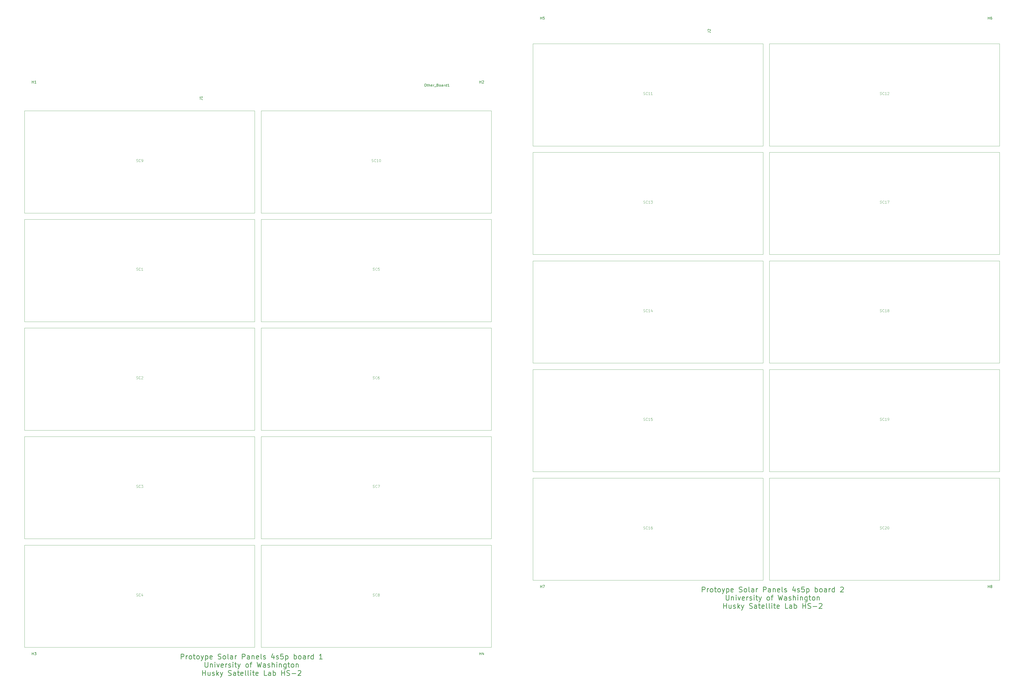
<source format=gbr>
%TF.GenerationSoftware,KiCad,Pcbnew,9.0.5*%
%TF.CreationDate,2025-11-13T21:56:36-08:00*%
%TF.ProjectId,IXOLAR,49584f4c-4152-42e6-9b69-6361645f7063,rev?*%
%TF.SameCoordinates,Original*%
%TF.FileFunction,Legend,Top*%
%TF.FilePolarity,Positive*%
%FSLAX46Y46*%
G04 Gerber Fmt 4.6, Leading zero omitted, Abs format (unit mm)*
G04 Created by KiCad (PCBNEW 9.0.5) date 2025-11-13 21:56:36*
%MOMM*%
%LPD*%
G01*
G04 APERTURE LIST*
%ADD10C,0.250000*%
%ADD11C,0.100000*%
%ADD12C,0.150000*%
G04 APERTURE END LIST*
D10*
X286178568Y-244552462D02*
X286178568Y-242552462D01*
X286178568Y-242552462D02*
X286940473Y-242552462D01*
X286940473Y-242552462D02*
X287130949Y-242647700D01*
X287130949Y-242647700D02*
X287226187Y-242742938D01*
X287226187Y-242742938D02*
X287321425Y-242933414D01*
X287321425Y-242933414D02*
X287321425Y-243219128D01*
X287321425Y-243219128D02*
X287226187Y-243409604D01*
X287226187Y-243409604D02*
X287130949Y-243504843D01*
X287130949Y-243504843D02*
X286940473Y-243600081D01*
X286940473Y-243600081D02*
X286178568Y-243600081D01*
X288178568Y-244552462D02*
X288178568Y-243219128D01*
X288178568Y-243600081D02*
X288273806Y-243409604D01*
X288273806Y-243409604D02*
X288369044Y-243314366D01*
X288369044Y-243314366D02*
X288559520Y-243219128D01*
X288559520Y-243219128D02*
X288749997Y-243219128D01*
X289702377Y-244552462D02*
X289511901Y-244457224D01*
X289511901Y-244457224D02*
X289416663Y-244361985D01*
X289416663Y-244361985D02*
X289321425Y-244171509D01*
X289321425Y-244171509D02*
X289321425Y-243600081D01*
X289321425Y-243600081D02*
X289416663Y-243409604D01*
X289416663Y-243409604D02*
X289511901Y-243314366D01*
X289511901Y-243314366D02*
X289702377Y-243219128D01*
X289702377Y-243219128D02*
X289988092Y-243219128D01*
X289988092Y-243219128D02*
X290178568Y-243314366D01*
X290178568Y-243314366D02*
X290273806Y-243409604D01*
X290273806Y-243409604D02*
X290369044Y-243600081D01*
X290369044Y-243600081D02*
X290369044Y-244171509D01*
X290369044Y-244171509D02*
X290273806Y-244361985D01*
X290273806Y-244361985D02*
X290178568Y-244457224D01*
X290178568Y-244457224D02*
X289988092Y-244552462D01*
X289988092Y-244552462D02*
X289702377Y-244552462D01*
X290940473Y-243219128D02*
X291702377Y-243219128D01*
X291226187Y-242552462D02*
X291226187Y-244266747D01*
X291226187Y-244266747D02*
X291321425Y-244457224D01*
X291321425Y-244457224D02*
X291511901Y-244552462D01*
X291511901Y-244552462D02*
X291702377Y-244552462D01*
X292654758Y-244552462D02*
X292464282Y-244457224D01*
X292464282Y-244457224D02*
X292369044Y-244361985D01*
X292369044Y-244361985D02*
X292273806Y-244171509D01*
X292273806Y-244171509D02*
X292273806Y-243600081D01*
X292273806Y-243600081D02*
X292369044Y-243409604D01*
X292369044Y-243409604D02*
X292464282Y-243314366D01*
X292464282Y-243314366D02*
X292654758Y-243219128D01*
X292654758Y-243219128D02*
X292940473Y-243219128D01*
X292940473Y-243219128D02*
X293130949Y-243314366D01*
X293130949Y-243314366D02*
X293226187Y-243409604D01*
X293226187Y-243409604D02*
X293321425Y-243600081D01*
X293321425Y-243600081D02*
X293321425Y-244171509D01*
X293321425Y-244171509D02*
X293226187Y-244361985D01*
X293226187Y-244361985D02*
X293130949Y-244457224D01*
X293130949Y-244457224D02*
X292940473Y-244552462D01*
X292940473Y-244552462D02*
X292654758Y-244552462D01*
X293988092Y-243219128D02*
X294464282Y-244552462D01*
X294940473Y-243219128D02*
X294464282Y-244552462D01*
X294464282Y-244552462D02*
X294273806Y-245028652D01*
X294273806Y-245028652D02*
X294178568Y-245123890D01*
X294178568Y-245123890D02*
X293988092Y-245219128D01*
X295702378Y-243219128D02*
X295702378Y-245219128D01*
X295702378Y-243314366D02*
X295892854Y-243219128D01*
X295892854Y-243219128D02*
X296273807Y-243219128D01*
X296273807Y-243219128D02*
X296464283Y-243314366D01*
X296464283Y-243314366D02*
X296559521Y-243409604D01*
X296559521Y-243409604D02*
X296654759Y-243600081D01*
X296654759Y-243600081D02*
X296654759Y-244171509D01*
X296654759Y-244171509D02*
X296559521Y-244361985D01*
X296559521Y-244361985D02*
X296464283Y-244457224D01*
X296464283Y-244457224D02*
X296273807Y-244552462D01*
X296273807Y-244552462D02*
X295892854Y-244552462D01*
X295892854Y-244552462D02*
X295702378Y-244457224D01*
X298273807Y-244457224D02*
X298083331Y-244552462D01*
X298083331Y-244552462D02*
X297702378Y-244552462D01*
X297702378Y-244552462D02*
X297511902Y-244457224D01*
X297511902Y-244457224D02*
X297416664Y-244266747D01*
X297416664Y-244266747D02*
X297416664Y-243504843D01*
X297416664Y-243504843D02*
X297511902Y-243314366D01*
X297511902Y-243314366D02*
X297702378Y-243219128D01*
X297702378Y-243219128D02*
X298083331Y-243219128D01*
X298083331Y-243219128D02*
X298273807Y-243314366D01*
X298273807Y-243314366D02*
X298369045Y-243504843D01*
X298369045Y-243504843D02*
X298369045Y-243695319D01*
X298369045Y-243695319D02*
X297416664Y-243885795D01*
X300654760Y-244457224D02*
X300940474Y-244552462D01*
X300940474Y-244552462D02*
X301416665Y-244552462D01*
X301416665Y-244552462D02*
X301607141Y-244457224D01*
X301607141Y-244457224D02*
X301702379Y-244361985D01*
X301702379Y-244361985D02*
X301797617Y-244171509D01*
X301797617Y-244171509D02*
X301797617Y-243981033D01*
X301797617Y-243981033D02*
X301702379Y-243790557D01*
X301702379Y-243790557D02*
X301607141Y-243695319D01*
X301607141Y-243695319D02*
X301416665Y-243600081D01*
X301416665Y-243600081D02*
X301035712Y-243504843D01*
X301035712Y-243504843D02*
X300845236Y-243409604D01*
X300845236Y-243409604D02*
X300749998Y-243314366D01*
X300749998Y-243314366D02*
X300654760Y-243123890D01*
X300654760Y-243123890D02*
X300654760Y-242933414D01*
X300654760Y-242933414D02*
X300749998Y-242742938D01*
X300749998Y-242742938D02*
X300845236Y-242647700D01*
X300845236Y-242647700D02*
X301035712Y-242552462D01*
X301035712Y-242552462D02*
X301511903Y-242552462D01*
X301511903Y-242552462D02*
X301797617Y-242647700D01*
X302940474Y-244552462D02*
X302749998Y-244457224D01*
X302749998Y-244457224D02*
X302654760Y-244361985D01*
X302654760Y-244361985D02*
X302559522Y-244171509D01*
X302559522Y-244171509D02*
X302559522Y-243600081D01*
X302559522Y-243600081D02*
X302654760Y-243409604D01*
X302654760Y-243409604D02*
X302749998Y-243314366D01*
X302749998Y-243314366D02*
X302940474Y-243219128D01*
X302940474Y-243219128D02*
X303226189Y-243219128D01*
X303226189Y-243219128D02*
X303416665Y-243314366D01*
X303416665Y-243314366D02*
X303511903Y-243409604D01*
X303511903Y-243409604D02*
X303607141Y-243600081D01*
X303607141Y-243600081D02*
X303607141Y-244171509D01*
X303607141Y-244171509D02*
X303511903Y-244361985D01*
X303511903Y-244361985D02*
X303416665Y-244457224D01*
X303416665Y-244457224D02*
X303226189Y-244552462D01*
X303226189Y-244552462D02*
X302940474Y-244552462D01*
X304749998Y-244552462D02*
X304559522Y-244457224D01*
X304559522Y-244457224D02*
X304464284Y-244266747D01*
X304464284Y-244266747D02*
X304464284Y-242552462D01*
X306369046Y-244552462D02*
X306369046Y-243504843D01*
X306369046Y-243504843D02*
X306273808Y-243314366D01*
X306273808Y-243314366D02*
X306083332Y-243219128D01*
X306083332Y-243219128D02*
X305702379Y-243219128D01*
X305702379Y-243219128D02*
X305511903Y-243314366D01*
X306369046Y-244457224D02*
X306178570Y-244552462D01*
X306178570Y-244552462D02*
X305702379Y-244552462D01*
X305702379Y-244552462D02*
X305511903Y-244457224D01*
X305511903Y-244457224D02*
X305416665Y-244266747D01*
X305416665Y-244266747D02*
X305416665Y-244076271D01*
X305416665Y-244076271D02*
X305511903Y-243885795D01*
X305511903Y-243885795D02*
X305702379Y-243790557D01*
X305702379Y-243790557D02*
X306178570Y-243790557D01*
X306178570Y-243790557D02*
X306369046Y-243695319D01*
X307321427Y-244552462D02*
X307321427Y-243219128D01*
X307321427Y-243600081D02*
X307416665Y-243409604D01*
X307416665Y-243409604D02*
X307511903Y-243314366D01*
X307511903Y-243314366D02*
X307702379Y-243219128D01*
X307702379Y-243219128D02*
X307892856Y-243219128D01*
X310083332Y-244552462D02*
X310083332Y-242552462D01*
X310083332Y-242552462D02*
X310845237Y-242552462D01*
X310845237Y-242552462D02*
X311035713Y-242647700D01*
X311035713Y-242647700D02*
X311130951Y-242742938D01*
X311130951Y-242742938D02*
X311226189Y-242933414D01*
X311226189Y-242933414D02*
X311226189Y-243219128D01*
X311226189Y-243219128D02*
X311130951Y-243409604D01*
X311130951Y-243409604D02*
X311035713Y-243504843D01*
X311035713Y-243504843D02*
X310845237Y-243600081D01*
X310845237Y-243600081D02*
X310083332Y-243600081D01*
X312940475Y-244552462D02*
X312940475Y-243504843D01*
X312940475Y-243504843D02*
X312845237Y-243314366D01*
X312845237Y-243314366D02*
X312654761Y-243219128D01*
X312654761Y-243219128D02*
X312273808Y-243219128D01*
X312273808Y-243219128D02*
X312083332Y-243314366D01*
X312940475Y-244457224D02*
X312749999Y-244552462D01*
X312749999Y-244552462D02*
X312273808Y-244552462D01*
X312273808Y-244552462D02*
X312083332Y-244457224D01*
X312083332Y-244457224D02*
X311988094Y-244266747D01*
X311988094Y-244266747D02*
X311988094Y-244076271D01*
X311988094Y-244076271D02*
X312083332Y-243885795D01*
X312083332Y-243885795D02*
X312273808Y-243790557D01*
X312273808Y-243790557D02*
X312749999Y-243790557D01*
X312749999Y-243790557D02*
X312940475Y-243695319D01*
X313892856Y-243219128D02*
X313892856Y-244552462D01*
X313892856Y-243409604D02*
X313988094Y-243314366D01*
X313988094Y-243314366D02*
X314178570Y-243219128D01*
X314178570Y-243219128D02*
X314464285Y-243219128D01*
X314464285Y-243219128D02*
X314654761Y-243314366D01*
X314654761Y-243314366D02*
X314749999Y-243504843D01*
X314749999Y-243504843D02*
X314749999Y-244552462D01*
X316464285Y-244457224D02*
X316273809Y-244552462D01*
X316273809Y-244552462D02*
X315892856Y-244552462D01*
X315892856Y-244552462D02*
X315702380Y-244457224D01*
X315702380Y-244457224D02*
X315607142Y-244266747D01*
X315607142Y-244266747D02*
X315607142Y-243504843D01*
X315607142Y-243504843D02*
X315702380Y-243314366D01*
X315702380Y-243314366D02*
X315892856Y-243219128D01*
X315892856Y-243219128D02*
X316273809Y-243219128D01*
X316273809Y-243219128D02*
X316464285Y-243314366D01*
X316464285Y-243314366D02*
X316559523Y-243504843D01*
X316559523Y-243504843D02*
X316559523Y-243695319D01*
X316559523Y-243695319D02*
X315607142Y-243885795D01*
X317702380Y-244552462D02*
X317511904Y-244457224D01*
X317511904Y-244457224D02*
X317416666Y-244266747D01*
X317416666Y-244266747D02*
X317416666Y-242552462D01*
X318369047Y-244457224D02*
X318559523Y-244552462D01*
X318559523Y-244552462D02*
X318940475Y-244552462D01*
X318940475Y-244552462D02*
X319130952Y-244457224D01*
X319130952Y-244457224D02*
X319226190Y-244266747D01*
X319226190Y-244266747D02*
X319226190Y-244171509D01*
X319226190Y-244171509D02*
X319130952Y-243981033D01*
X319130952Y-243981033D02*
X318940475Y-243885795D01*
X318940475Y-243885795D02*
X318654761Y-243885795D01*
X318654761Y-243885795D02*
X318464285Y-243790557D01*
X318464285Y-243790557D02*
X318369047Y-243600081D01*
X318369047Y-243600081D02*
X318369047Y-243504843D01*
X318369047Y-243504843D02*
X318464285Y-243314366D01*
X318464285Y-243314366D02*
X318654761Y-243219128D01*
X318654761Y-243219128D02*
X318940475Y-243219128D01*
X318940475Y-243219128D02*
X319130952Y-243314366D01*
X322464286Y-243219128D02*
X322464286Y-244552462D01*
X321988095Y-242457224D02*
X321511905Y-243885795D01*
X321511905Y-243885795D02*
X322750000Y-243885795D01*
X323416667Y-244457224D02*
X323607143Y-244552462D01*
X323607143Y-244552462D02*
X323988095Y-244552462D01*
X323988095Y-244552462D02*
X324178572Y-244457224D01*
X324178572Y-244457224D02*
X324273810Y-244266747D01*
X324273810Y-244266747D02*
X324273810Y-244171509D01*
X324273810Y-244171509D02*
X324178572Y-243981033D01*
X324178572Y-243981033D02*
X323988095Y-243885795D01*
X323988095Y-243885795D02*
X323702381Y-243885795D01*
X323702381Y-243885795D02*
X323511905Y-243790557D01*
X323511905Y-243790557D02*
X323416667Y-243600081D01*
X323416667Y-243600081D02*
X323416667Y-243504843D01*
X323416667Y-243504843D02*
X323511905Y-243314366D01*
X323511905Y-243314366D02*
X323702381Y-243219128D01*
X323702381Y-243219128D02*
X323988095Y-243219128D01*
X323988095Y-243219128D02*
X324178572Y-243314366D01*
X326083334Y-242552462D02*
X325130953Y-242552462D01*
X325130953Y-242552462D02*
X325035715Y-243504843D01*
X325035715Y-243504843D02*
X325130953Y-243409604D01*
X325130953Y-243409604D02*
X325321429Y-243314366D01*
X325321429Y-243314366D02*
X325797620Y-243314366D01*
X325797620Y-243314366D02*
X325988096Y-243409604D01*
X325988096Y-243409604D02*
X326083334Y-243504843D01*
X326083334Y-243504843D02*
X326178572Y-243695319D01*
X326178572Y-243695319D02*
X326178572Y-244171509D01*
X326178572Y-244171509D02*
X326083334Y-244361985D01*
X326083334Y-244361985D02*
X325988096Y-244457224D01*
X325988096Y-244457224D02*
X325797620Y-244552462D01*
X325797620Y-244552462D02*
X325321429Y-244552462D01*
X325321429Y-244552462D02*
X325130953Y-244457224D01*
X325130953Y-244457224D02*
X325035715Y-244361985D01*
X327035715Y-243219128D02*
X327035715Y-245219128D01*
X327035715Y-243314366D02*
X327226191Y-243219128D01*
X327226191Y-243219128D02*
X327607144Y-243219128D01*
X327607144Y-243219128D02*
X327797620Y-243314366D01*
X327797620Y-243314366D02*
X327892858Y-243409604D01*
X327892858Y-243409604D02*
X327988096Y-243600081D01*
X327988096Y-243600081D02*
X327988096Y-244171509D01*
X327988096Y-244171509D02*
X327892858Y-244361985D01*
X327892858Y-244361985D02*
X327797620Y-244457224D01*
X327797620Y-244457224D02*
X327607144Y-244552462D01*
X327607144Y-244552462D02*
X327226191Y-244552462D01*
X327226191Y-244552462D02*
X327035715Y-244457224D01*
X330369049Y-244552462D02*
X330369049Y-242552462D01*
X330369049Y-243314366D02*
X330559525Y-243219128D01*
X330559525Y-243219128D02*
X330940478Y-243219128D01*
X330940478Y-243219128D02*
X331130954Y-243314366D01*
X331130954Y-243314366D02*
X331226192Y-243409604D01*
X331226192Y-243409604D02*
X331321430Y-243600081D01*
X331321430Y-243600081D02*
X331321430Y-244171509D01*
X331321430Y-244171509D02*
X331226192Y-244361985D01*
X331226192Y-244361985D02*
X331130954Y-244457224D01*
X331130954Y-244457224D02*
X330940478Y-244552462D01*
X330940478Y-244552462D02*
X330559525Y-244552462D01*
X330559525Y-244552462D02*
X330369049Y-244457224D01*
X332464287Y-244552462D02*
X332273811Y-244457224D01*
X332273811Y-244457224D02*
X332178573Y-244361985D01*
X332178573Y-244361985D02*
X332083335Y-244171509D01*
X332083335Y-244171509D02*
X332083335Y-243600081D01*
X332083335Y-243600081D02*
X332178573Y-243409604D01*
X332178573Y-243409604D02*
X332273811Y-243314366D01*
X332273811Y-243314366D02*
X332464287Y-243219128D01*
X332464287Y-243219128D02*
X332750002Y-243219128D01*
X332750002Y-243219128D02*
X332940478Y-243314366D01*
X332940478Y-243314366D02*
X333035716Y-243409604D01*
X333035716Y-243409604D02*
X333130954Y-243600081D01*
X333130954Y-243600081D02*
X333130954Y-244171509D01*
X333130954Y-244171509D02*
X333035716Y-244361985D01*
X333035716Y-244361985D02*
X332940478Y-244457224D01*
X332940478Y-244457224D02*
X332750002Y-244552462D01*
X332750002Y-244552462D02*
X332464287Y-244552462D01*
X334845240Y-244552462D02*
X334845240Y-243504843D01*
X334845240Y-243504843D02*
X334750002Y-243314366D01*
X334750002Y-243314366D02*
X334559526Y-243219128D01*
X334559526Y-243219128D02*
X334178573Y-243219128D01*
X334178573Y-243219128D02*
X333988097Y-243314366D01*
X334845240Y-244457224D02*
X334654764Y-244552462D01*
X334654764Y-244552462D02*
X334178573Y-244552462D01*
X334178573Y-244552462D02*
X333988097Y-244457224D01*
X333988097Y-244457224D02*
X333892859Y-244266747D01*
X333892859Y-244266747D02*
X333892859Y-244076271D01*
X333892859Y-244076271D02*
X333988097Y-243885795D01*
X333988097Y-243885795D02*
X334178573Y-243790557D01*
X334178573Y-243790557D02*
X334654764Y-243790557D01*
X334654764Y-243790557D02*
X334845240Y-243695319D01*
X335797621Y-244552462D02*
X335797621Y-243219128D01*
X335797621Y-243600081D02*
X335892859Y-243409604D01*
X335892859Y-243409604D02*
X335988097Y-243314366D01*
X335988097Y-243314366D02*
X336178573Y-243219128D01*
X336178573Y-243219128D02*
X336369050Y-243219128D01*
X337892859Y-244552462D02*
X337892859Y-242552462D01*
X337892859Y-244457224D02*
X337702383Y-244552462D01*
X337702383Y-244552462D02*
X337321430Y-244552462D01*
X337321430Y-244552462D02*
X337130954Y-244457224D01*
X337130954Y-244457224D02*
X337035716Y-244361985D01*
X337035716Y-244361985D02*
X336940478Y-244171509D01*
X336940478Y-244171509D02*
X336940478Y-243600081D01*
X336940478Y-243600081D02*
X337035716Y-243409604D01*
X337035716Y-243409604D02*
X337130954Y-243314366D01*
X337130954Y-243314366D02*
X337321430Y-243219128D01*
X337321430Y-243219128D02*
X337702383Y-243219128D01*
X337702383Y-243219128D02*
X337892859Y-243314366D01*
X340273812Y-242742938D02*
X340369050Y-242647700D01*
X340369050Y-242647700D02*
X340559526Y-242552462D01*
X340559526Y-242552462D02*
X341035717Y-242552462D01*
X341035717Y-242552462D02*
X341226193Y-242647700D01*
X341226193Y-242647700D02*
X341321431Y-242742938D01*
X341321431Y-242742938D02*
X341416669Y-242933414D01*
X341416669Y-242933414D02*
X341416669Y-243123890D01*
X341416669Y-243123890D02*
X341321431Y-243409604D01*
X341321431Y-243409604D02*
X340178574Y-244552462D01*
X340178574Y-244552462D02*
X341416669Y-244552462D01*
X295511903Y-245772350D02*
X295511903Y-247391397D01*
X295511903Y-247391397D02*
X295607141Y-247581873D01*
X295607141Y-247581873D02*
X295702379Y-247677112D01*
X295702379Y-247677112D02*
X295892855Y-247772350D01*
X295892855Y-247772350D02*
X296273808Y-247772350D01*
X296273808Y-247772350D02*
X296464284Y-247677112D01*
X296464284Y-247677112D02*
X296559522Y-247581873D01*
X296559522Y-247581873D02*
X296654760Y-247391397D01*
X296654760Y-247391397D02*
X296654760Y-245772350D01*
X297607141Y-246439016D02*
X297607141Y-247772350D01*
X297607141Y-246629492D02*
X297702379Y-246534254D01*
X297702379Y-246534254D02*
X297892855Y-246439016D01*
X297892855Y-246439016D02*
X298178570Y-246439016D01*
X298178570Y-246439016D02*
X298369046Y-246534254D01*
X298369046Y-246534254D02*
X298464284Y-246724731D01*
X298464284Y-246724731D02*
X298464284Y-247772350D01*
X299416665Y-247772350D02*
X299416665Y-246439016D01*
X299416665Y-245772350D02*
X299321427Y-245867588D01*
X299321427Y-245867588D02*
X299416665Y-245962826D01*
X299416665Y-245962826D02*
X299511903Y-245867588D01*
X299511903Y-245867588D02*
X299416665Y-245772350D01*
X299416665Y-245772350D02*
X299416665Y-245962826D01*
X300178570Y-246439016D02*
X300654760Y-247772350D01*
X300654760Y-247772350D02*
X301130951Y-246439016D01*
X302654761Y-247677112D02*
X302464285Y-247772350D01*
X302464285Y-247772350D02*
X302083332Y-247772350D01*
X302083332Y-247772350D02*
X301892856Y-247677112D01*
X301892856Y-247677112D02*
X301797618Y-247486635D01*
X301797618Y-247486635D02*
X301797618Y-246724731D01*
X301797618Y-246724731D02*
X301892856Y-246534254D01*
X301892856Y-246534254D02*
X302083332Y-246439016D01*
X302083332Y-246439016D02*
X302464285Y-246439016D01*
X302464285Y-246439016D02*
X302654761Y-246534254D01*
X302654761Y-246534254D02*
X302749999Y-246724731D01*
X302749999Y-246724731D02*
X302749999Y-246915207D01*
X302749999Y-246915207D02*
X301797618Y-247105683D01*
X303607142Y-247772350D02*
X303607142Y-246439016D01*
X303607142Y-246819969D02*
X303702380Y-246629492D01*
X303702380Y-246629492D02*
X303797618Y-246534254D01*
X303797618Y-246534254D02*
X303988094Y-246439016D01*
X303988094Y-246439016D02*
X304178571Y-246439016D01*
X304749999Y-247677112D02*
X304940475Y-247772350D01*
X304940475Y-247772350D02*
X305321427Y-247772350D01*
X305321427Y-247772350D02*
X305511904Y-247677112D01*
X305511904Y-247677112D02*
X305607142Y-247486635D01*
X305607142Y-247486635D02*
X305607142Y-247391397D01*
X305607142Y-247391397D02*
X305511904Y-247200921D01*
X305511904Y-247200921D02*
X305321427Y-247105683D01*
X305321427Y-247105683D02*
X305035713Y-247105683D01*
X305035713Y-247105683D02*
X304845237Y-247010445D01*
X304845237Y-247010445D02*
X304749999Y-246819969D01*
X304749999Y-246819969D02*
X304749999Y-246724731D01*
X304749999Y-246724731D02*
X304845237Y-246534254D01*
X304845237Y-246534254D02*
X305035713Y-246439016D01*
X305035713Y-246439016D02*
X305321427Y-246439016D01*
X305321427Y-246439016D02*
X305511904Y-246534254D01*
X306464285Y-247772350D02*
X306464285Y-246439016D01*
X306464285Y-245772350D02*
X306369047Y-245867588D01*
X306369047Y-245867588D02*
X306464285Y-245962826D01*
X306464285Y-245962826D02*
X306559523Y-245867588D01*
X306559523Y-245867588D02*
X306464285Y-245772350D01*
X306464285Y-245772350D02*
X306464285Y-245962826D01*
X307130952Y-246439016D02*
X307892856Y-246439016D01*
X307416666Y-245772350D02*
X307416666Y-247486635D01*
X307416666Y-247486635D02*
X307511904Y-247677112D01*
X307511904Y-247677112D02*
X307702380Y-247772350D01*
X307702380Y-247772350D02*
X307892856Y-247772350D01*
X308369047Y-246439016D02*
X308845237Y-247772350D01*
X309321428Y-246439016D02*
X308845237Y-247772350D01*
X308845237Y-247772350D02*
X308654761Y-248248540D01*
X308654761Y-248248540D02*
X308559523Y-248343778D01*
X308559523Y-248343778D02*
X308369047Y-248439016D01*
X311892857Y-247772350D02*
X311702381Y-247677112D01*
X311702381Y-247677112D02*
X311607143Y-247581873D01*
X311607143Y-247581873D02*
X311511905Y-247391397D01*
X311511905Y-247391397D02*
X311511905Y-246819969D01*
X311511905Y-246819969D02*
X311607143Y-246629492D01*
X311607143Y-246629492D02*
X311702381Y-246534254D01*
X311702381Y-246534254D02*
X311892857Y-246439016D01*
X311892857Y-246439016D02*
X312178572Y-246439016D01*
X312178572Y-246439016D02*
X312369048Y-246534254D01*
X312369048Y-246534254D02*
X312464286Y-246629492D01*
X312464286Y-246629492D02*
X312559524Y-246819969D01*
X312559524Y-246819969D02*
X312559524Y-247391397D01*
X312559524Y-247391397D02*
X312464286Y-247581873D01*
X312464286Y-247581873D02*
X312369048Y-247677112D01*
X312369048Y-247677112D02*
X312178572Y-247772350D01*
X312178572Y-247772350D02*
X311892857Y-247772350D01*
X313130953Y-246439016D02*
X313892857Y-246439016D01*
X313416667Y-247772350D02*
X313416667Y-246058064D01*
X313416667Y-246058064D02*
X313511905Y-245867588D01*
X313511905Y-245867588D02*
X313702381Y-245772350D01*
X313702381Y-245772350D02*
X313892857Y-245772350D01*
X315892858Y-245772350D02*
X316369048Y-247772350D01*
X316369048Y-247772350D02*
X316750001Y-246343778D01*
X316750001Y-246343778D02*
X317130953Y-247772350D01*
X317130953Y-247772350D02*
X317607144Y-245772350D01*
X319226191Y-247772350D02*
X319226191Y-246724731D01*
X319226191Y-246724731D02*
X319130953Y-246534254D01*
X319130953Y-246534254D02*
X318940477Y-246439016D01*
X318940477Y-246439016D02*
X318559524Y-246439016D01*
X318559524Y-246439016D02*
X318369048Y-246534254D01*
X319226191Y-247677112D02*
X319035715Y-247772350D01*
X319035715Y-247772350D02*
X318559524Y-247772350D01*
X318559524Y-247772350D02*
X318369048Y-247677112D01*
X318369048Y-247677112D02*
X318273810Y-247486635D01*
X318273810Y-247486635D02*
X318273810Y-247296159D01*
X318273810Y-247296159D02*
X318369048Y-247105683D01*
X318369048Y-247105683D02*
X318559524Y-247010445D01*
X318559524Y-247010445D02*
X319035715Y-247010445D01*
X319035715Y-247010445D02*
X319226191Y-246915207D01*
X320083334Y-247677112D02*
X320273810Y-247772350D01*
X320273810Y-247772350D02*
X320654762Y-247772350D01*
X320654762Y-247772350D02*
X320845239Y-247677112D01*
X320845239Y-247677112D02*
X320940477Y-247486635D01*
X320940477Y-247486635D02*
X320940477Y-247391397D01*
X320940477Y-247391397D02*
X320845239Y-247200921D01*
X320845239Y-247200921D02*
X320654762Y-247105683D01*
X320654762Y-247105683D02*
X320369048Y-247105683D01*
X320369048Y-247105683D02*
X320178572Y-247010445D01*
X320178572Y-247010445D02*
X320083334Y-246819969D01*
X320083334Y-246819969D02*
X320083334Y-246724731D01*
X320083334Y-246724731D02*
X320178572Y-246534254D01*
X320178572Y-246534254D02*
X320369048Y-246439016D01*
X320369048Y-246439016D02*
X320654762Y-246439016D01*
X320654762Y-246439016D02*
X320845239Y-246534254D01*
X321797620Y-247772350D02*
X321797620Y-245772350D01*
X322654763Y-247772350D02*
X322654763Y-246724731D01*
X322654763Y-246724731D02*
X322559525Y-246534254D01*
X322559525Y-246534254D02*
X322369049Y-246439016D01*
X322369049Y-246439016D02*
X322083334Y-246439016D01*
X322083334Y-246439016D02*
X321892858Y-246534254D01*
X321892858Y-246534254D02*
X321797620Y-246629492D01*
X323607144Y-247772350D02*
X323607144Y-246439016D01*
X323607144Y-245772350D02*
X323511906Y-245867588D01*
X323511906Y-245867588D02*
X323607144Y-245962826D01*
X323607144Y-245962826D02*
X323702382Y-245867588D01*
X323702382Y-245867588D02*
X323607144Y-245772350D01*
X323607144Y-245772350D02*
X323607144Y-245962826D01*
X324559525Y-246439016D02*
X324559525Y-247772350D01*
X324559525Y-246629492D02*
X324654763Y-246534254D01*
X324654763Y-246534254D02*
X324845239Y-246439016D01*
X324845239Y-246439016D02*
X325130954Y-246439016D01*
X325130954Y-246439016D02*
X325321430Y-246534254D01*
X325321430Y-246534254D02*
X325416668Y-246724731D01*
X325416668Y-246724731D02*
X325416668Y-247772350D01*
X327226192Y-246439016D02*
X327226192Y-248058064D01*
X327226192Y-248058064D02*
X327130954Y-248248540D01*
X327130954Y-248248540D02*
X327035716Y-248343778D01*
X327035716Y-248343778D02*
X326845239Y-248439016D01*
X326845239Y-248439016D02*
X326559525Y-248439016D01*
X326559525Y-248439016D02*
X326369049Y-248343778D01*
X327226192Y-247677112D02*
X327035716Y-247772350D01*
X327035716Y-247772350D02*
X326654763Y-247772350D01*
X326654763Y-247772350D02*
X326464287Y-247677112D01*
X326464287Y-247677112D02*
X326369049Y-247581873D01*
X326369049Y-247581873D02*
X326273811Y-247391397D01*
X326273811Y-247391397D02*
X326273811Y-246819969D01*
X326273811Y-246819969D02*
X326369049Y-246629492D01*
X326369049Y-246629492D02*
X326464287Y-246534254D01*
X326464287Y-246534254D02*
X326654763Y-246439016D01*
X326654763Y-246439016D02*
X327035716Y-246439016D01*
X327035716Y-246439016D02*
X327226192Y-246534254D01*
X327892859Y-246439016D02*
X328654763Y-246439016D01*
X328178573Y-245772350D02*
X328178573Y-247486635D01*
X328178573Y-247486635D02*
X328273811Y-247677112D01*
X328273811Y-247677112D02*
X328464287Y-247772350D01*
X328464287Y-247772350D02*
X328654763Y-247772350D01*
X329607144Y-247772350D02*
X329416668Y-247677112D01*
X329416668Y-247677112D02*
X329321430Y-247581873D01*
X329321430Y-247581873D02*
X329226192Y-247391397D01*
X329226192Y-247391397D02*
X329226192Y-246819969D01*
X329226192Y-246819969D02*
X329321430Y-246629492D01*
X329321430Y-246629492D02*
X329416668Y-246534254D01*
X329416668Y-246534254D02*
X329607144Y-246439016D01*
X329607144Y-246439016D02*
X329892859Y-246439016D01*
X329892859Y-246439016D02*
X330083335Y-246534254D01*
X330083335Y-246534254D02*
X330178573Y-246629492D01*
X330178573Y-246629492D02*
X330273811Y-246819969D01*
X330273811Y-246819969D02*
X330273811Y-247391397D01*
X330273811Y-247391397D02*
X330178573Y-247581873D01*
X330178573Y-247581873D02*
X330083335Y-247677112D01*
X330083335Y-247677112D02*
X329892859Y-247772350D01*
X329892859Y-247772350D02*
X329607144Y-247772350D01*
X331130954Y-246439016D02*
X331130954Y-247772350D01*
X331130954Y-246629492D02*
X331226192Y-246534254D01*
X331226192Y-246534254D02*
X331416668Y-246439016D01*
X331416668Y-246439016D02*
X331702383Y-246439016D01*
X331702383Y-246439016D02*
X331892859Y-246534254D01*
X331892859Y-246534254D02*
X331988097Y-246724731D01*
X331988097Y-246724731D02*
X331988097Y-247772350D01*
X294559522Y-250992238D02*
X294559522Y-248992238D01*
X294559522Y-249944619D02*
X295702379Y-249944619D01*
X295702379Y-250992238D02*
X295702379Y-248992238D01*
X297511903Y-249658904D02*
X297511903Y-250992238D01*
X296654760Y-249658904D02*
X296654760Y-250706523D01*
X296654760Y-250706523D02*
X296749998Y-250897000D01*
X296749998Y-250897000D02*
X296940474Y-250992238D01*
X296940474Y-250992238D02*
X297226189Y-250992238D01*
X297226189Y-250992238D02*
X297416665Y-250897000D01*
X297416665Y-250897000D02*
X297511903Y-250801761D01*
X298369046Y-250897000D02*
X298559522Y-250992238D01*
X298559522Y-250992238D02*
X298940474Y-250992238D01*
X298940474Y-250992238D02*
X299130951Y-250897000D01*
X299130951Y-250897000D02*
X299226189Y-250706523D01*
X299226189Y-250706523D02*
X299226189Y-250611285D01*
X299226189Y-250611285D02*
X299130951Y-250420809D01*
X299130951Y-250420809D02*
X298940474Y-250325571D01*
X298940474Y-250325571D02*
X298654760Y-250325571D01*
X298654760Y-250325571D02*
X298464284Y-250230333D01*
X298464284Y-250230333D02*
X298369046Y-250039857D01*
X298369046Y-250039857D02*
X298369046Y-249944619D01*
X298369046Y-249944619D02*
X298464284Y-249754142D01*
X298464284Y-249754142D02*
X298654760Y-249658904D01*
X298654760Y-249658904D02*
X298940474Y-249658904D01*
X298940474Y-249658904D02*
X299130951Y-249754142D01*
X300083332Y-250992238D02*
X300083332Y-248992238D01*
X300273808Y-250230333D02*
X300845237Y-250992238D01*
X300845237Y-249658904D02*
X300083332Y-250420809D01*
X301511904Y-249658904D02*
X301988094Y-250992238D01*
X302464285Y-249658904D02*
X301988094Y-250992238D01*
X301988094Y-250992238D02*
X301797618Y-251468428D01*
X301797618Y-251468428D02*
X301702380Y-251563666D01*
X301702380Y-251563666D02*
X301511904Y-251658904D01*
X304654762Y-250897000D02*
X304940476Y-250992238D01*
X304940476Y-250992238D02*
X305416667Y-250992238D01*
X305416667Y-250992238D02*
X305607143Y-250897000D01*
X305607143Y-250897000D02*
X305702381Y-250801761D01*
X305702381Y-250801761D02*
X305797619Y-250611285D01*
X305797619Y-250611285D02*
X305797619Y-250420809D01*
X305797619Y-250420809D02*
X305702381Y-250230333D01*
X305702381Y-250230333D02*
X305607143Y-250135095D01*
X305607143Y-250135095D02*
X305416667Y-250039857D01*
X305416667Y-250039857D02*
X305035714Y-249944619D01*
X305035714Y-249944619D02*
X304845238Y-249849380D01*
X304845238Y-249849380D02*
X304750000Y-249754142D01*
X304750000Y-249754142D02*
X304654762Y-249563666D01*
X304654762Y-249563666D02*
X304654762Y-249373190D01*
X304654762Y-249373190D02*
X304750000Y-249182714D01*
X304750000Y-249182714D02*
X304845238Y-249087476D01*
X304845238Y-249087476D02*
X305035714Y-248992238D01*
X305035714Y-248992238D02*
X305511905Y-248992238D01*
X305511905Y-248992238D02*
X305797619Y-249087476D01*
X307511905Y-250992238D02*
X307511905Y-249944619D01*
X307511905Y-249944619D02*
X307416667Y-249754142D01*
X307416667Y-249754142D02*
X307226191Y-249658904D01*
X307226191Y-249658904D02*
X306845238Y-249658904D01*
X306845238Y-249658904D02*
X306654762Y-249754142D01*
X307511905Y-250897000D02*
X307321429Y-250992238D01*
X307321429Y-250992238D02*
X306845238Y-250992238D01*
X306845238Y-250992238D02*
X306654762Y-250897000D01*
X306654762Y-250897000D02*
X306559524Y-250706523D01*
X306559524Y-250706523D02*
X306559524Y-250516047D01*
X306559524Y-250516047D02*
X306654762Y-250325571D01*
X306654762Y-250325571D02*
X306845238Y-250230333D01*
X306845238Y-250230333D02*
X307321429Y-250230333D01*
X307321429Y-250230333D02*
X307511905Y-250135095D01*
X308178572Y-249658904D02*
X308940476Y-249658904D01*
X308464286Y-248992238D02*
X308464286Y-250706523D01*
X308464286Y-250706523D02*
X308559524Y-250897000D01*
X308559524Y-250897000D02*
X308750000Y-250992238D01*
X308750000Y-250992238D02*
X308940476Y-250992238D01*
X310369048Y-250897000D02*
X310178572Y-250992238D01*
X310178572Y-250992238D02*
X309797619Y-250992238D01*
X309797619Y-250992238D02*
X309607143Y-250897000D01*
X309607143Y-250897000D02*
X309511905Y-250706523D01*
X309511905Y-250706523D02*
X309511905Y-249944619D01*
X309511905Y-249944619D02*
X309607143Y-249754142D01*
X309607143Y-249754142D02*
X309797619Y-249658904D01*
X309797619Y-249658904D02*
X310178572Y-249658904D01*
X310178572Y-249658904D02*
X310369048Y-249754142D01*
X310369048Y-249754142D02*
X310464286Y-249944619D01*
X310464286Y-249944619D02*
X310464286Y-250135095D01*
X310464286Y-250135095D02*
X309511905Y-250325571D01*
X311607143Y-250992238D02*
X311416667Y-250897000D01*
X311416667Y-250897000D02*
X311321429Y-250706523D01*
X311321429Y-250706523D02*
X311321429Y-248992238D01*
X312654762Y-250992238D02*
X312464286Y-250897000D01*
X312464286Y-250897000D02*
X312369048Y-250706523D01*
X312369048Y-250706523D02*
X312369048Y-248992238D01*
X313416667Y-250992238D02*
X313416667Y-249658904D01*
X313416667Y-248992238D02*
X313321429Y-249087476D01*
X313321429Y-249087476D02*
X313416667Y-249182714D01*
X313416667Y-249182714D02*
X313511905Y-249087476D01*
X313511905Y-249087476D02*
X313416667Y-248992238D01*
X313416667Y-248992238D02*
X313416667Y-249182714D01*
X314083334Y-249658904D02*
X314845238Y-249658904D01*
X314369048Y-248992238D02*
X314369048Y-250706523D01*
X314369048Y-250706523D02*
X314464286Y-250897000D01*
X314464286Y-250897000D02*
X314654762Y-250992238D01*
X314654762Y-250992238D02*
X314845238Y-250992238D01*
X316273810Y-250897000D02*
X316083334Y-250992238D01*
X316083334Y-250992238D02*
X315702381Y-250992238D01*
X315702381Y-250992238D02*
X315511905Y-250897000D01*
X315511905Y-250897000D02*
X315416667Y-250706523D01*
X315416667Y-250706523D02*
X315416667Y-249944619D01*
X315416667Y-249944619D02*
X315511905Y-249754142D01*
X315511905Y-249754142D02*
X315702381Y-249658904D01*
X315702381Y-249658904D02*
X316083334Y-249658904D01*
X316083334Y-249658904D02*
X316273810Y-249754142D01*
X316273810Y-249754142D02*
X316369048Y-249944619D01*
X316369048Y-249944619D02*
X316369048Y-250135095D01*
X316369048Y-250135095D02*
X315416667Y-250325571D01*
X319702382Y-250992238D02*
X318750001Y-250992238D01*
X318750001Y-250992238D02*
X318750001Y-248992238D01*
X321226192Y-250992238D02*
X321226192Y-249944619D01*
X321226192Y-249944619D02*
X321130954Y-249754142D01*
X321130954Y-249754142D02*
X320940478Y-249658904D01*
X320940478Y-249658904D02*
X320559525Y-249658904D01*
X320559525Y-249658904D02*
X320369049Y-249754142D01*
X321226192Y-250897000D02*
X321035716Y-250992238D01*
X321035716Y-250992238D02*
X320559525Y-250992238D01*
X320559525Y-250992238D02*
X320369049Y-250897000D01*
X320369049Y-250897000D02*
X320273811Y-250706523D01*
X320273811Y-250706523D02*
X320273811Y-250516047D01*
X320273811Y-250516047D02*
X320369049Y-250325571D01*
X320369049Y-250325571D02*
X320559525Y-250230333D01*
X320559525Y-250230333D02*
X321035716Y-250230333D01*
X321035716Y-250230333D02*
X321226192Y-250135095D01*
X322178573Y-250992238D02*
X322178573Y-248992238D01*
X322178573Y-249754142D02*
X322369049Y-249658904D01*
X322369049Y-249658904D02*
X322750002Y-249658904D01*
X322750002Y-249658904D02*
X322940478Y-249754142D01*
X322940478Y-249754142D02*
X323035716Y-249849380D01*
X323035716Y-249849380D02*
X323130954Y-250039857D01*
X323130954Y-250039857D02*
X323130954Y-250611285D01*
X323130954Y-250611285D02*
X323035716Y-250801761D01*
X323035716Y-250801761D02*
X322940478Y-250897000D01*
X322940478Y-250897000D02*
X322750002Y-250992238D01*
X322750002Y-250992238D02*
X322369049Y-250992238D01*
X322369049Y-250992238D02*
X322178573Y-250897000D01*
X325511907Y-250992238D02*
X325511907Y-248992238D01*
X325511907Y-249944619D02*
X326654764Y-249944619D01*
X326654764Y-250992238D02*
X326654764Y-248992238D01*
X327511907Y-250897000D02*
X327797621Y-250992238D01*
X327797621Y-250992238D02*
X328273812Y-250992238D01*
X328273812Y-250992238D02*
X328464288Y-250897000D01*
X328464288Y-250897000D02*
X328559526Y-250801761D01*
X328559526Y-250801761D02*
X328654764Y-250611285D01*
X328654764Y-250611285D02*
X328654764Y-250420809D01*
X328654764Y-250420809D02*
X328559526Y-250230333D01*
X328559526Y-250230333D02*
X328464288Y-250135095D01*
X328464288Y-250135095D02*
X328273812Y-250039857D01*
X328273812Y-250039857D02*
X327892859Y-249944619D01*
X327892859Y-249944619D02*
X327702383Y-249849380D01*
X327702383Y-249849380D02*
X327607145Y-249754142D01*
X327607145Y-249754142D02*
X327511907Y-249563666D01*
X327511907Y-249563666D02*
X327511907Y-249373190D01*
X327511907Y-249373190D02*
X327607145Y-249182714D01*
X327607145Y-249182714D02*
X327702383Y-249087476D01*
X327702383Y-249087476D02*
X327892859Y-248992238D01*
X327892859Y-248992238D02*
X328369050Y-248992238D01*
X328369050Y-248992238D02*
X328654764Y-249087476D01*
X329511907Y-250230333D02*
X331035717Y-250230333D01*
X331892859Y-249182714D02*
X331988097Y-249087476D01*
X331988097Y-249087476D02*
X332178573Y-248992238D01*
X332178573Y-248992238D02*
X332654764Y-248992238D01*
X332654764Y-248992238D02*
X332845240Y-249087476D01*
X332845240Y-249087476D02*
X332940478Y-249182714D01*
X332940478Y-249182714D02*
X333035716Y-249373190D01*
X333035716Y-249373190D02*
X333035716Y-249563666D01*
X333035716Y-249563666D02*
X332940478Y-249849380D01*
X332940478Y-249849380D02*
X331797621Y-250992238D01*
X331797621Y-250992238D02*
X333035716Y-250992238D01*
X82428568Y-270802462D02*
X82428568Y-268802462D01*
X82428568Y-268802462D02*
X83190473Y-268802462D01*
X83190473Y-268802462D02*
X83380949Y-268897700D01*
X83380949Y-268897700D02*
X83476187Y-268992938D01*
X83476187Y-268992938D02*
X83571425Y-269183414D01*
X83571425Y-269183414D02*
X83571425Y-269469128D01*
X83571425Y-269469128D02*
X83476187Y-269659604D01*
X83476187Y-269659604D02*
X83380949Y-269754843D01*
X83380949Y-269754843D02*
X83190473Y-269850081D01*
X83190473Y-269850081D02*
X82428568Y-269850081D01*
X84428568Y-270802462D02*
X84428568Y-269469128D01*
X84428568Y-269850081D02*
X84523806Y-269659604D01*
X84523806Y-269659604D02*
X84619044Y-269564366D01*
X84619044Y-269564366D02*
X84809520Y-269469128D01*
X84809520Y-269469128D02*
X84999997Y-269469128D01*
X85952377Y-270802462D02*
X85761901Y-270707224D01*
X85761901Y-270707224D02*
X85666663Y-270611985D01*
X85666663Y-270611985D02*
X85571425Y-270421509D01*
X85571425Y-270421509D02*
X85571425Y-269850081D01*
X85571425Y-269850081D02*
X85666663Y-269659604D01*
X85666663Y-269659604D02*
X85761901Y-269564366D01*
X85761901Y-269564366D02*
X85952377Y-269469128D01*
X85952377Y-269469128D02*
X86238092Y-269469128D01*
X86238092Y-269469128D02*
X86428568Y-269564366D01*
X86428568Y-269564366D02*
X86523806Y-269659604D01*
X86523806Y-269659604D02*
X86619044Y-269850081D01*
X86619044Y-269850081D02*
X86619044Y-270421509D01*
X86619044Y-270421509D02*
X86523806Y-270611985D01*
X86523806Y-270611985D02*
X86428568Y-270707224D01*
X86428568Y-270707224D02*
X86238092Y-270802462D01*
X86238092Y-270802462D02*
X85952377Y-270802462D01*
X87190473Y-269469128D02*
X87952377Y-269469128D01*
X87476187Y-268802462D02*
X87476187Y-270516747D01*
X87476187Y-270516747D02*
X87571425Y-270707224D01*
X87571425Y-270707224D02*
X87761901Y-270802462D01*
X87761901Y-270802462D02*
X87952377Y-270802462D01*
X88904758Y-270802462D02*
X88714282Y-270707224D01*
X88714282Y-270707224D02*
X88619044Y-270611985D01*
X88619044Y-270611985D02*
X88523806Y-270421509D01*
X88523806Y-270421509D02*
X88523806Y-269850081D01*
X88523806Y-269850081D02*
X88619044Y-269659604D01*
X88619044Y-269659604D02*
X88714282Y-269564366D01*
X88714282Y-269564366D02*
X88904758Y-269469128D01*
X88904758Y-269469128D02*
X89190473Y-269469128D01*
X89190473Y-269469128D02*
X89380949Y-269564366D01*
X89380949Y-269564366D02*
X89476187Y-269659604D01*
X89476187Y-269659604D02*
X89571425Y-269850081D01*
X89571425Y-269850081D02*
X89571425Y-270421509D01*
X89571425Y-270421509D02*
X89476187Y-270611985D01*
X89476187Y-270611985D02*
X89380949Y-270707224D01*
X89380949Y-270707224D02*
X89190473Y-270802462D01*
X89190473Y-270802462D02*
X88904758Y-270802462D01*
X90238092Y-269469128D02*
X90714282Y-270802462D01*
X91190473Y-269469128D02*
X90714282Y-270802462D01*
X90714282Y-270802462D02*
X90523806Y-271278652D01*
X90523806Y-271278652D02*
X90428568Y-271373890D01*
X90428568Y-271373890D02*
X90238092Y-271469128D01*
X91952378Y-269469128D02*
X91952378Y-271469128D01*
X91952378Y-269564366D02*
X92142854Y-269469128D01*
X92142854Y-269469128D02*
X92523807Y-269469128D01*
X92523807Y-269469128D02*
X92714283Y-269564366D01*
X92714283Y-269564366D02*
X92809521Y-269659604D01*
X92809521Y-269659604D02*
X92904759Y-269850081D01*
X92904759Y-269850081D02*
X92904759Y-270421509D01*
X92904759Y-270421509D02*
X92809521Y-270611985D01*
X92809521Y-270611985D02*
X92714283Y-270707224D01*
X92714283Y-270707224D02*
X92523807Y-270802462D01*
X92523807Y-270802462D02*
X92142854Y-270802462D01*
X92142854Y-270802462D02*
X91952378Y-270707224D01*
X94523807Y-270707224D02*
X94333331Y-270802462D01*
X94333331Y-270802462D02*
X93952378Y-270802462D01*
X93952378Y-270802462D02*
X93761902Y-270707224D01*
X93761902Y-270707224D02*
X93666664Y-270516747D01*
X93666664Y-270516747D02*
X93666664Y-269754843D01*
X93666664Y-269754843D02*
X93761902Y-269564366D01*
X93761902Y-269564366D02*
X93952378Y-269469128D01*
X93952378Y-269469128D02*
X94333331Y-269469128D01*
X94333331Y-269469128D02*
X94523807Y-269564366D01*
X94523807Y-269564366D02*
X94619045Y-269754843D01*
X94619045Y-269754843D02*
X94619045Y-269945319D01*
X94619045Y-269945319D02*
X93666664Y-270135795D01*
X96904760Y-270707224D02*
X97190474Y-270802462D01*
X97190474Y-270802462D02*
X97666665Y-270802462D01*
X97666665Y-270802462D02*
X97857141Y-270707224D01*
X97857141Y-270707224D02*
X97952379Y-270611985D01*
X97952379Y-270611985D02*
X98047617Y-270421509D01*
X98047617Y-270421509D02*
X98047617Y-270231033D01*
X98047617Y-270231033D02*
X97952379Y-270040557D01*
X97952379Y-270040557D02*
X97857141Y-269945319D01*
X97857141Y-269945319D02*
X97666665Y-269850081D01*
X97666665Y-269850081D02*
X97285712Y-269754843D01*
X97285712Y-269754843D02*
X97095236Y-269659604D01*
X97095236Y-269659604D02*
X96999998Y-269564366D01*
X96999998Y-269564366D02*
X96904760Y-269373890D01*
X96904760Y-269373890D02*
X96904760Y-269183414D01*
X96904760Y-269183414D02*
X96999998Y-268992938D01*
X96999998Y-268992938D02*
X97095236Y-268897700D01*
X97095236Y-268897700D02*
X97285712Y-268802462D01*
X97285712Y-268802462D02*
X97761903Y-268802462D01*
X97761903Y-268802462D02*
X98047617Y-268897700D01*
X99190474Y-270802462D02*
X98999998Y-270707224D01*
X98999998Y-270707224D02*
X98904760Y-270611985D01*
X98904760Y-270611985D02*
X98809522Y-270421509D01*
X98809522Y-270421509D02*
X98809522Y-269850081D01*
X98809522Y-269850081D02*
X98904760Y-269659604D01*
X98904760Y-269659604D02*
X98999998Y-269564366D01*
X98999998Y-269564366D02*
X99190474Y-269469128D01*
X99190474Y-269469128D02*
X99476189Y-269469128D01*
X99476189Y-269469128D02*
X99666665Y-269564366D01*
X99666665Y-269564366D02*
X99761903Y-269659604D01*
X99761903Y-269659604D02*
X99857141Y-269850081D01*
X99857141Y-269850081D02*
X99857141Y-270421509D01*
X99857141Y-270421509D02*
X99761903Y-270611985D01*
X99761903Y-270611985D02*
X99666665Y-270707224D01*
X99666665Y-270707224D02*
X99476189Y-270802462D01*
X99476189Y-270802462D02*
X99190474Y-270802462D01*
X100999998Y-270802462D02*
X100809522Y-270707224D01*
X100809522Y-270707224D02*
X100714284Y-270516747D01*
X100714284Y-270516747D02*
X100714284Y-268802462D01*
X102619046Y-270802462D02*
X102619046Y-269754843D01*
X102619046Y-269754843D02*
X102523808Y-269564366D01*
X102523808Y-269564366D02*
X102333332Y-269469128D01*
X102333332Y-269469128D02*
X101952379Y-269469128D01*
X101952379Y-269469128D02*
X101761903Y-269564366D01*
X102619046Y-270707224D02*
X102428570Y-270802462D01*
X102428570Y-270802462D02*
X101952379Y-270802462D01*
X101952379Y-270802462D02*
X101761903Y-270707224D01*
X101761903Y-270707224D02*
X101666665Y-270516747D01*
X101666665Y-270516747D02*
X101666665Y-270326271D01*
X101666665Y-270326271D02*
X101761903Y-270135795D01*
X101761903Y-270135795D02*
X101952379Y-270040557D01*
X101952379Y-270040557D02*
X102428570Y-270040557D01*
X102428570Y-270040557D02*
X102619046Y-269945319D01*
X103571427Y-270802462D02*
X103571427Y-269469128D01*
X103571427Y-269850081D02*
X103666665Y-269659604D01*
X103666665Y-269659604D02*
X103761903Y-269564366D01*
X103761903Y-269564366D02*
X103952379Y-269469128D01*
X103952379Y-269469128D02*
X104142856Y-269469128D01*
X106333332Y-270802462D02*
X106333332Y-268802462D01*
X106333332Y-268802462D02*
X107095237Y-268802462D01*
X107095237Y-268802462D02*
X107285713Y-268897700D01*
X107285713Y-268897700D02*
X107380951Y-268992938D01*
X107380951Y-268992938D02*
X107476189Y-269183414D01*
X107476189Y-269183414D02*
X107476189Y-269469128D01*
X107476189Y-269469128D02*
X107380951Y-269659604D01*
X107380951Y-269659604D02*
X107285713Y-269754843D01*
X107285713Y-269754843D02*
X107095237Y-269850081D01*
X107095237Y-269850081D02*
X106333332Y-269850081D01*
X109190475Y-270802462D02*
X109190475Y-269754843D01*
X109190475Y-269754843D02*
X109095237Y-269564366D01*
X109095237Y-269564366D02*
X108904761Y-269469128D01*
X108904761Y-269469128D02*
X108523808Y-269469128D01*
X108523808Y-269469128D02*
X108333332Y-269564366D01*
X109190475Y-270707224D02*
X108999999Y-270802462D01*
X108999999Y-270802462D02*
X108523808Y-270802462D01*
X108523808Y-270802462D02*
X108333332Y-270707224D01*
X108333332Y-270707224D02*
X108238094Y-270516747D01*
X108238094Y-270516747D02*
X108238094Y-270326271D01*
X108238094Y-270326271D02*
X108333332Y-270135795D01*
X108333332Y-270135795D02*
X108523808Y-270040557D01*
X108523808Y-270040557D02*
X108999999Y-270040557D01*
X108999999Y-270040557D02*
X109190475Y-269945319D01*
X110142856Y-269469128D02*
X110142856Y-270802462D01*
X110142856Y-269659604D02*
X110238094Y-269564366D01*
X110238094Y-269564366D02*
X110428570Y-269469128D01*
X110428570Y-269469128D02*
X110714285Y-269469128D01*
X110714285Y-269469128D02*
X110904761Y-269564366D01*
X110904761Y-269564366D02*
X110999999Y-269754843D01*
X110999999Y-269754843D02*
X110999999Y-270802462D01*
X112714285Y-270707224D02*
X112523809Y-270802462D01*
X112523809Y-270802462D02*
X112142856Y-270802462D01*
X112142856Y-270802462D02*
X111952380Y-270707224D01*
X111952380Y-270707224D02*
X111857142Y-270516747D01*
X111857142Y-270516747D02*
X111857142Y-269754843D01*
X111857142Y-269754843D02*
X111952380Y-269564366D01*
X111952380Y-269564366D02*
X112142856Y-269469128D01*
X112142856Y-269469128D02*
X112523809Y-269469128D01*
X112523809Y-269469128D02*
X112714285Y-269564366D01*
X112714285Y-269564366D02*
X112809523Y-269754843D01*
X112809523Y-269754843D02*
X112809523Y-269945319D01*
X112809523Y-269945319D02*
X111857142Y-270135795D01*
X113952380Y-270802462D02*
X113761904Y-270707224D01*
X113761904Y-270707224D02*
X113666666Y-270516747D01*
X113666666Y-270516747D02*
X113666666Y-268802462D01*
X114619047Y-270707224D02*
X114809523Y-270802462D01*
X114809523Y-270802462D02*
X115190475Y-270802462D01*
X115190475Y-270802462D02*
X115380952Y-270707224D01*
X115380952Y-270707224D02*
X115476190Y-270516747D01*
X115476190Y-270516747D02*
X115476190Y-270421509D01*
X115476190Y-270421509D02*
X115380952Y-270231033D01*
X115380952Y-270231033D02*
X115190475Y-270135795D01*
X115190475Y-270135795D02*
X114904761Y-270135795D01*
X114904761Y-270135795D02*
X114714285Y-270040557D01*
X114714285Y-270040557D02*
X114619047Y-269850081D01*
X114619047Y-269850081D02*
X114619047Y-269754843D01*
X114619047Y-269754843D02*
X114714285Y-269564366D01*
X114714285Y-269564366D02*
X114904761Y-269469128D01*
X114904761Y-269469128D02*
X115190475Y-269469128D01*
X115190475Y-269469128D02*
X115380952Y-269564366D01*
X118714286Y-269469128D02*
X118714286Y-270802462D01*
X118238095Y-268707224D02*
X117761905Y-270135795D01*
X117761905Y-270135795D02*
X119000000Y-270135795D01*
X119666667Y-270707224D02*
X119857143Y-270802462D01*
X119857143Y-270802462D02*
X120238095Y-270802462D01*
X120238095Y-270802462D02*
X120428572Y-270707224D01*
X120428572Y-270707224D02*
X120523810Y-270516747D01*
X120523810Y-270516747D02*
X120523810Y-270421509D01*
X120523810Y-270421509D02*
X120428572Y-270231033D01*
X120428572Y-270231033D02*
X120238095Y-270135795D01*
X120238095Y-270135795D02*
X119952381Y-270135795D01*
X119952381Y-270135795D02*
X119761905Y-270040557D01*
X119761905Y-270040557D02*
X119666667Y-269850081D01*
X119666667Y-269850081D02*
X119666667Y-269754843D01*
X119666667Y-269754843D02*
X119761905Y-269564366D01*
X119761905Y-269564366D02*
X119952381Y-269469128D01*
X119952381Y-269469128D02*
X120238095Y-269469128D01*
X120238095Y-269469128D02*
X120428572Y-269564366D01*
X122333334Y-268802462D02*
X121380953Y-268802462D01*
X121380953Y-268802462D02*
X121285715Y-269754843D01*
X121285715Y-269754843D02*
X121380953Y-269659604D01*
X121380953Y-269659604D02*
X121571429Y-269564366D01*
X121571429Y-269564366D02*
X122047620Y-269564366D01*
X122047620Y-269564366D02*
X122238096Y-269659604D01*
X122238096Y-269659604D02*
X122333334Y-269754843D01*
X122333334Y-269754843D02*
X122428572Y-269945319D01*
X122428572Y-269945319D02*
X122428572Y-270421509D01*
X122428572Y-270421509D02*
X122333334Y-270611985D01*
X122333334Y-270611985D02*
X122238096Y-270707224D01*
X122238096Y-270707224D02*
X122047620Y-270802462D01*
X122047620Y-270802462D02*
X121571429Y-270802462D01*
X121571429Y-270802462D02*
X121380953Y-270707224D01*
X121380953Y-270707224D02*
X121285715Y-270611985D01*
X123285715Y-269469128D02*
X123285715Y-271469128D01*
X123285715Y-269564366D02*
X123476191Y-269469128D01*
X123476191Y-269469128D02*
X123857144Y-269469128D01*
X123857144Y-269469128D02*
X124047620Y-269564366D01*
X124047620Y-269564366D02*
X124142858Y-269659604D01*
X124142858Y-269659604D02*
X124238096Y-269850081D01*
X124238096Y-269850081D02*
X124238096Y-270421509D01*
X124238096Y-270421509D02*
X124142858Y-270611985D01*
X124142858Y-270611985D02*
X124047620Y-270707224D01*
X124047620Y-270707224D02*
X123857144Y-270802462D01*
X123857144Y-270802462D02*
X123476191Y-270802462D01*
X123476191Y-270802462D02*
X123285715Y-270707224D01*
X126619049Y-270802462D02*
X126619049Y-268802462D01*
X126619049Y-269564366D02*
X126809525Y-269469128D01*
X126809525Y-269469128D02*
X127190478Y-269469128D01*
X127190478Y-269469128D02*
X127380954Y-269564366D01*
X127380954Y-269564366D02*
X127476192Y-269659604D01*
X127476192Y-269659604D02*
X127571430Y-269850081D01*
X127571430Y-269850081D02*
X127571430Y-270421509D01*
X127571430Y-270421509D02*
X127476192Y-270611985D01*
X127476192Y-270611985D02*
X127380954Y-270707224D01*
X127380954Y-270707224D02*
X127190478Y-270802462D01*
X127190478Y-270802462D02*
X126809525Y-270802462D01*
X126809525Y-270802462D02*
X126619049Y-270707224D01*
X128714287Y-270802462D02*
X128523811Y-270707224D01*
X128523811Y-270707224D02*
X128428573Y-270611985D01*
X128428573Y-270611985D02*
X128333335Y-270421509D01*
X128333335Y-270421509D02*
X128333335Y-269850081D01*
X128333335Y-269850081D02*
X128428573Y-269659604D01*
X128428573Y-269659604D02*
X128523811Y-269564366D01*
X128523811Y-269564366D02*
X128714287Y-269469128D01*
X128714287Y-269469128D02*
X129000002Y-269469128D01*
X129000002Y-269469128D02*
X129190478Y-269564366D01*
X129190478Y-269564366D02*
X129285716Y-269659604D01*
X129285716Y-269659604D02*
X129380954Y-269850081D01*
X129380954Y-269850081D02*
X129380954Y-270421509D01*
X129380954Y-270421509D02*
X129285716Y-270611985D01*
X129285716Y-270611985D02*
X129190478Y-270707224D01*
X129190478Y-270707224D02*
X129000002Y-270802462D01*
X129000002Y-270802462D02*
X128714287Y-270802462D01*
X131095240Y-270802462D02*
X131095240Y-269754843D01*
X131095240Y-269754843D02*
X131000002Y-269564366D01*
X131000002Y-269564366D02*
X130809526Y-269469128D01*
X130809526Y-269469128D02*
X130428573Y-269469128D01*
X130428573Y-269469128D02*
X130238097Y-269564366D01*
X131095240Y-270707224D02*
X130904764Y-270802462D01*
X130904764Y-270802462D02*
X130428573Y-270802462D01*
X130428573Y-270802462D02*
X130238097Y-270707224D01*
X130238097Y-270707224D02*
X130142859Y-270516747D01*
X130142859Y-270516747D02*
X130142859Y-270326271D01*
X130142859Y-270326271D02*
X130238097Y-270135795D01*
X130238097Y-270135795D02*
X130428573Y-270040557D01*
X130428573Y-270040557D02*
X130904764Y-270040557D01*
X130904764Y-270040557D02*
X131095240Y-269945319D01*
X132047621Y-270802462D02*
X132047621Y-269469128D01*
X132047621Y-269850081D02*
X132142859Y-269659604D01*
X132142859Y-269659604D02*
X132238097Y-269564366D01*
X132238097Y-269564366D02*
X132428573Y-269469128D01*
X132428573Y-269469128D02*
X132619050Y-269469128D01*
X134142859Y-270802462D02*
X134142859Y-268802462D01*
X134142859Y-270707224D02*
X133952383Y-270802462D01*
X133952383Y-270802462D02*
X133571430Y-270802462D01*
X133571430Y-270802462D02*
X133380954Y-270707224D01*
X133380954Y-270707224D02*
X133285716Y-270611985D01*
X133285716Y-270611985D02*
X133190478Y-270421509D01*
X133190478Y-270421509D02*
X133190478Y-269850081D01*
X133190478Y-269850081D02*
X133285716Y-269659604D01*
X133285716Y-269659604D02*
X133380954Y-269564366D01*
X133380954Y-269564366D02*
X133571430Y-269469128D01*
X133571430Y-269469128D02*
X133952383Y-269469128D01*
X133952383Y-269469128D02*
X134142859Y-269564366D01*
X137666669Y-270802462D02*
X136523812Y-270802462D01*
X137095240Y-270802462D02*
X137095240Y-268802462D01*
X137095240Y-268802462D02*
X136904764Y-269088176D01*
X136904764Y-269088176D02*
X136714288Y-269278652D01*
X136714288Y-269278652D02*
X136523812Y-269373890D01*
X91761903Y-272022350D02*
X91761903Y-273641397D01*
X91761903Y-273641397D02*
X91857141Y-273831873D01*
X91857141Y-273831873D02*
X91952379Y-273927112D01*
X91952379Y-273927112D02*
X92142855Y-274022350D01*
X92142855Y-274022350D02*
X92523808Y-274022350D01*
X92523808Y-274022350D02*
X92714284Y-273927112D01*
X92714284Y-273927112D02*
X92809522Y-273831873D01*
X92809522Y-273831873D02*
X92904760Y-273641397D01*
X92904760Y-273641397D02*
X92904760Y-272022350D01*
X93857141Y-272689016D02*
X93857141Y-274022350D01*
X93857141Y-272879492D02*
X93952379Y-272784254D01*
X93952379Y-272784254D02*
X94142855Y-272689016D01*
X94142855Y-272689016D02*
X94428570Y-272689016D01*
X94428570Y-272689016D02*
X94619046Y-272784254D01*
X94619046Y-272784254D02*
X94714284Y-272974731D01*
X94714284Y-272974731D02*
X94714284Y-274022350D01*
X95666665Y-274022350D02*
X95666665Y-272689016D01*
X95666665Y-272022350D02*
X95571427Y-272117588D01*
X95571427Y-272117588D02*
X95666665Y-272212826D01*
X95666665Y-272212826D02*
X95761903Y-272117588D01*
X95761903Y-272117588D02*
X95666665Y-272022350D01*
X95666665Y-272022350D02*
X95666665Y-272212826D01*
X96428570Y-272689016D02*
X96904760Y-274022350D01*
X96904760Y-274022350D02*
X97380951Y-272689016D01*
X98904761Y-273927112D02*
X98714285Y-274022350D01*
X98714285Y-274022350D02*
X98333332Y-274022350D01*
X98333332Y-274022350D02*
X98142856Y-273927112D01*
X98142856Y-273927112D02*
X98047618Y-273736635D01*
X98047618Y-273736635D02*
X98047618Y-272974731D01*
X98047618Y-272974731D02*
X98142856Y-272784254D01*
X98142856Y-272784254D02*
X98333332Y-272689016D01*
X98333332Y-272689016D02*
X98714285Y-272689016D01*
X98714285Y-272689016D02*
X98904761Y-272784254D01*
X98904761Y-272784254D02*
X98999999Y-272974731D01*
X98999999Y-272974731D02*
X98999999Y-273165207D01*
X98999999Y-273165207D02*
X98047618Y-273355683D01*
X99857142Y-274022350D02*
X99857142Y-272689016D01*
X99857142Y-273069969D02*
X99952380Y-272879492D01*
X99952380Y-272879492D02*
X100047618Y-272784254D01*
X100047618Y-272784254D02*
X100238094Y-272689016D01*
X100238094Y-272689016D02*
X100428571Y-272689016D01*
X100999999Y-273927112D02*
X101190475Y-274022350D01*
X101190475Y-274022350D02*
X101571427Y-274022350D01*
X101571427Y-274022350D02*
X101761904Y-273927112D01*
X101761904Y-273927112D02*
X101857142Y-273736635D01*
X101857142Y-273736635D02*
X101857142Y-273641397D01*
X101857142Y-273641397D02*
X101761904Y-273450921D01*
X101761904Y-273450921D02*
X101571427Y-273355683D01*
X101571427Y-273355683D02*
X101285713Y-273355683D01*
X101285713Y-273355683D02*
X101095237Y-273260445D01*
X101095237Y-273260445D02*
X100999999Y-273069969D01*
X100999999Y-273069969D02*
X100999999Y-272974731D01*
X100999999Y-272974731D02*
X101095237Y-272784254D01*
X101095237Y-272784254D02*
X101285713Y-272689016D01*
X101285713Y-272689016D02*
X101571427Y-272689016D01*
X101571427Y-272689016D02*
X101761904Y-272784254D01*
X102714285Y-274022350D02*
X102714285Y-272689016D01*
X102714285Y-272022350D02*
X102619047Y-272117588D01*
X102619047Y-272117588D02*
X102714285Y-272212826D01*
X102714285Y-272212826D02*
X102809523Y-272117588D01*
X102809523Y-272117588D02*
X102714285Y-272022350D01*
X102714285Y-272022350D02*
X102714285Y-272212826D01*
X103380952Y-272689016D02*
X104142856Y-272689016D01*
X103666666Y-272022350D02*
X103666666Y-273736635D01*
X103666666Y-273736635D02*
X103761904Y-273927112D01*
X103761904Y-273927112D02*
X103952380Y-274022350D01*
X103952380Y-274022350D02*
X104142856Y-274022350D01*
X104619047Y-272689016D02*
X105095237Y-274022350D01*
X105571428Y-272689016D02*
X105095237Y-274022350D01*
X105095237Y-274022350D02*
X104904761Y-274498540D01*
X104904761Y-274498540D02*
X104809523Y-274593778D01*
X104809523Y-274593778D02*
X104619047Y-274689016D01*
X108142857Y-274022350D02*
X107952381Y-273927112D01*
X107952381Y-273927112D02*
X107857143Y-273831873D01*
X107857143Y-273831873D02*
X107761905Y-273641397D01*
X107761905Y-273641397D02*
X107761905Y-273069969D01*
X107761905Y-273069969D02*
X107857143Y-272879492D01*
X107857143Y-272879492D02*
X107952381Y-272784254D01*
X107952381Y-272784254D02*
X108142857Y-272689016D01*
X108142857Y-272689016D02*
X108428572Y-272689016D01*
X108428572Y-272689016D02*
X108619048Y-272784254D01*
X108619048Y-272784254D02*
X108714286Y-272879492D01*
X108714286Y-272879492D02*
X108809524Y-273069969D01*
X108809524Y-273069969D02*
X108809524Y-273641397D01*
X108809524Y-273641397D02*
X108714286Y-273831873D01*
X108714286Y-273831873D02*
X108619048Y-273927112D01*
X108619048Y-273927112D02*
X108428572Y-274022350D01*
X108428572Y-274022350D02*
X108142857Y-274022350D01*
X109380953Y-272689016D02*
X110142857Y-272689016D01*
X109666667Y-274022350D02*
X109666667Y-272308064D01*
X109666667Y-272308064D02*
X109761905Y-272117588D01*
X109761905Y-272117588D02*
X109952381Y-272022350D01*
X109952381Y-272022350D02*
X110142857Y-272022350D01*
X112142858Y-272022350D02*
X112619048Y-274022350D01*
X112619048Y-274022350D02*
X113000001Y-272593778D01*
X113000001Y-272593778D02*
X113380953Y-274022350D01*
X113380953Y-274022350D02*
X113857144Y-272022350D01*
X115476191Y-274022350D02*
X115476191Y-272974731D01*
X115476191Y-272974731D02*
X115380953Y-272784254D01*
X115380953Y-272784254D02*
X115190477Y-272689016D01*
X115190477Y-272689016D02*
X114809524Y-272689016D01*
X114809524Y-272689016D02*
X114619048Y-272784254D01*
X115476191Y-273927112D02*
X115285715Y-274022350D01*
X115285715Y-274022350D02*
X114809524Y-274022350D01*
X114809524Y-274022350D02*
X114619048Y-273927112D01*
X114619048Y-273927112D02*
X114523810Y-273736635D01*
X114523810Y-273736635D02*
X114523810Y-273546159D01*
X114523810Y-273546159D02*
X114619048Y-273355683D01*
X114619048Y-273355683D02*
X114809524Y-273260445D01*
X114809524Y-273260445D02*
X115285715Y-273260445D01*
X115285715Y-273260445D02*
X115476191Y-273165207D01*
X116333334Y-273927112D02*
X116523810Y-274022350D01*
X116523810Y-274022350D02*
X116904762Y-274022350D01*
X116904762Y-274022350D02*
X117095239Y-273927112D01*
X117095239Y-273927112D02*
X117190477Y-273736635D01*
X117190477Y-273736635D02*
X117190477Y-273641397D01*
X117190477Y-273641397D02*
X117095239Y-273450921D01*
X117095239Y-273450921D02*
X116904762Y-273355683D01*
X116904762Y-273355683D02*
X116619048Y-273355683D01*
X116619048Y-273355683D02*
X116428572Y-273260445D01*
X116428572Y-273260445D02*
X116333334Y-273069969D01*
X116333334Y-273069969D02*
X116333334Y-272974731D01*
X116333334Y-272974731D02*
X116428572Y-272784254D01*
X116428572Y-272784254D02*
X116619048Y-272689016D01*
X116619048Y-272689016D02*
X116904762Y-272689016D01*
X116904762Y-272689016D02*
X117095239Y-272784254D01*
X118047620Y-274022350D02*
X118047620Y-272022350D01*
X118904763Y-274022350D02*
X118904763Y-272974731D01*
X118904763Y-272974731D02*
X118809525Y-272784254D01*
X118809525Y-272784254D02*
X118619049Y-272689016D01*
X118619049Y-272689016D02*
X118333334Y-272689016D01*
X118333334Y-272689016D02*
X118142858Y-272784254D01*
X118142858Y-272784254D02*
X118047620Y-272879492D01*
X119857144Y-274022350D02*
X119857144Y-272689016D01*
X119857144Y-272022350D02*
X119761906Y-272117588D01*
X119761906Y-272117588D02*
X119857144Y-272212826D01*
X119857144Y-272212826D02*
X119952382Y-272117588D01*
X119952382Y-272117588D02*
X119857144Y-272022350D01*
X119857144Y-272022350D02*
X119857144Y-272212826D01*
X120809525Y-272689016D02*
X120809525Y-274022350D01*
X120809525Y-272879492D02*
X120904763Y-272784254D01*
X120904763Y-272784254D02*
X121095239Y-272689016D01*
X121095239Y-272689016D02*
X121380954Y-272689016D01*
X121380954Y-272689016D02*
X121571430Y-272784254D01*
X121571430Y-272784254D02*
X121666668Y-272974731D01*
X121666668Y-272974731D02*
X121666668Y-274022350D01*
X123476192Y-272689016D02*
X123476192Y-274308064D01*
X123476192Y-274308064D02*
X123380954Y-274498540D01*
X123380954Y-274498540D02*
X123285716Y-274593778D01*
X123285716Y-274593778D02*
X123095239Y-274689016D01*
X123095239Y-274689016D02*
X122809525Y-274689016D01*
X122809525Y-274689016D02*
X122619049Y-274593778D01*
X123476192Y-273927112D02*
X123285716Y-274022350D01*
X123285716Y-274022350D02*
X122904763Y-274022350D01*
X122904763Y-274022350D02*
X122714287Y-273927112D01*
X122714287Y-273927112D02*
X122619049Y-273831873D01*
X122619049Y-273831873D02*
X122523811Y-273641397D01*
X122523811Y-273641397D02*
X122523811Y-273069969D01*
X122523811Y-273069969D02*
X122619049Y-272879492D01*
X122619049Y-272879492D02*
X122714287Y-272784254D01*
X122714287Y-272784254D02*
X122904763Y-272689016D01*
X122904763Y-272689016D02*
X123285716Y-272689016D01*
X123285716Y-272689016D02*
X123476192Y-272784254D01*
X124142859Y-272689016D02*
X124904763Y-272689016D01*
X124428573Y-272022350D02*
X124428573Y-273736635D01*
X124428573Y-273736635D02*
X124523811Y-273927112D01*
X124523811Y-273927112D02*
X124714287Y-274022350D01*
X124714287Y-274022350D02*
X124904763Y-274022350D01*
X125857144Y-274022350D02*
X125666668Y-273927112D01*
X125666668Y-273927112D02*
X125571430Y-273831873D01*
X125571430Y-273831873D02*
X125476192Y-273641397D01*
X125476192Y-273641397D02*
X125476192Y-273069969D01*
X125476192Y-273069969D02*
X125571430Y-272879492D01*
X125571430Y-272879492D02*
X125666668Y-272784254D01*
X125666668Y-272784254D02*
X125857144Y-272689016D01*
X125857144Y-272689016D02*
X126142859Y-272689016D01*
X126142859Y-272689016D02*
X126333335Y-272784254D01*
X126333335Y-272784254D02*
X126428573Y-272879492D01*
X126428573Y-272879492D02*
X126523811Y-273069969D01*
X126523811Y-273069969D02*
X126523811Y-273641397D01*
X126523811Y-273641397D02*
X126428573Y-273831873D01*
X126428573Y-273831873D02*
X126333335Y-273927112D01*
X126333335Y-273927112D02*
X126142859Y-274022350D01*
X126142859Y-274022350D02*
X125857144Y-274022350D01*
X127380954Y-272689016D02*
X127380954Y-274022350D01*
X127380954Y-272879492D02*
X127476192Y-272784254D01*
X127476192Y-272784254D02*
X127666668Y-272689016D01*
X127666668Y-272689016D02*
X127952383Y-272689016D01*
X127952383Y-272689016D02*
X128142859Y-272784254D01*
X128142859Y-272784254D02*
X128238097Y-272974731D01*
X128238097Y-272974731D02*
X128238097Y-274022350D01*
X90809522Y-277242238D02*
X90809522Y-275242238D01*
X90809522Y-276194619D02*
X91952379Y-276194619D01*
X91952379Y-277242238D02*
X91952379Y-275242238D01*
X93761903Y-275908904D02*
X93761903Y-277242238D01*
X92904760Y-275908904D02*
X92904760Y-276956523D01*
X92904760Y-276956523D02*
X92999998Y-277147000D01*
X92999998Y-277147000D02*
X93190474Y-277242238D01*
X93190474Y-277242238D02*
X93476189Y-277242238D01*
X93476189Y-277242238D02*
X93666665Y-277147000D01*
X93666665Y-277147000D02*
X93761903Y-277051761D01*
X94619046Y-277147000D02*
X94809522Y-277242238D01*
X94809522Y-277242238D02*
X95190474Y-277242238D01*
X95190474Y-277242238D02*
X95380951Y-277147000D01*
X95380951Y-277147000D02*
X95476189Y-276956523D01*
X95476189Y-276956523D02*
X95476189Y-276861285D01*
X95476189Y-276861285D02*
X95380951Y-276670809D01*
X95380951Y-276670809D02*
X95190474Y-276575571D01*
X95190474Y-276575571D02*
X94904760Y-276575571D01*
X94904760Y-276575571D02*
X94714284Y-276480333D01*
X94714284Y-276480333D02*
X94619046Y-276289857D01*
X94619046Y-276289857D02*
X94619046Y-276194619D01*
X94619046Y-276194619D02*
X94714284Y-276004142D01*
X94714284Y-276004142D02*
X94904760Y-275908904D01*
X94904760Y-275908904D02*
X95190474Y-275908904D01*
X95190474Y-275908904D02*
X95380951Y-276004142D01*
X96333332Y-277242238D02*
X96333332Y-275242238D01*
X96523808Y-276480333D02*
X97095237Y-277242238D01*
X97095237Y-275908904D02*
X96333332Y-276670809D01*
X97761904Y-275908904D02*
X98238094Y-277242238D01*
X98714285Y-275908904D02*
X98238094Y-277242238D01*
X98238094Y-277242238D02*
X98047618Y-277718428D01*
X98047618Y-277718428D02*
X97952380Y-277813666D01*
X97952380Y-277813666D02*
X97761904Y-277908904D01*
X100904762Y-277147000D02*
X101190476Y-277242238D01*
X101190476Y-277242238D02*
X101666667Y-277242238D01*
X101666667Y-277242238D02*
X101857143Y-277147000D01*
X101857143Y-277147000D02*
X101952381Y-277051761D01*
X101952381Y-277051761D02*
X102047619Y-276861285D01*
X102047619Y-276861285D02*
X102047619Y-276670809D01*
X102047619Y-276670809D02*
X101952381Y-276480333D01*
X101952381Y-276480333D02*
X101857143Y-276385095D01*
X101857143Y-276385095D02*
X101666667Y-276289857D01*
X101666667Y-276289857D02*
X101285714Y-276194619D01*
X101285714Y-276194619D02*
X101095238Y-276099380D01*
X101095238Y-276099380D02*
X101000000Y-276004142D01*
X101000000Y-276004142D02*
X100904762Y-275813666D01*
X100904762Y-275813666D02*
X100904762Y-275623190D01*
X100904762Y-275623190D02*
X101000000Y-275432714D01*
X101000000Y-275432714D02*
X101095238Y-275337476D01*
X101095238Y-275337476D02*
X101285714Y-275242238D01*
X101285714Y-275242238D02*
X101761905Y-275242238D01*
X101761905Y-275242238D02*
X102047619Y-275337476D01*
X103761905Y-277242238D02*
X103761905Y-276194619D01*
X103761905Y-276194619D02*
X103666667Y-276004142D01*
X103666667Y-276004142D02*
X103476191Y-275908904D01*
X103476191Y-275908904D02*
X103095238Y-275908904D01*
X103095238Y-275908904D02*
X102904762Y-276004142D01*
X103761905Y-277147000D02*
X103571429Y-277242238D01*
X103571429Y-277242238D02*
X103095238Y-277242238D01*
X103095238Y-277242238D02*
X102904762Y-277147000D01*
X102904762Y-277147000D02*
X102809524Y-276956523D01*
X102809524Y-276956523D02*
X102809524Y-276766047D01*
X102809524Y-276766047D02*
X102904762Y-276575571D01*
X102904762Y-276575571D02*
X103095238Y-276480333D01*
X103095238Y-276480333D02*
X103571429Y-276480333D01*
X103571429Y-276480333D02*
X103761905Y-276385095D01*
X104428572Y-275908904D02*
X105190476Y-275908904D01*
X104714286Y-275242238D02*
X104714286Y-276956523D01*
X104714286Y-276956523D02*
X104809524Y-277147000D01*
X104809524Y-277147000D02*
X105000000Y-277242238D01*
X105000000Y-277242238D02*
X105190476Y-277242238D01*
X106619048Y-277147000D02*
X106428572Y-277242238D01*
X106428572Y-277242238D02*
X106047619Y-277242238D01*
X106047619Y-277242238D02*
X105857143Y-277147000D01*
X105857143Y-277147000D02*
X105761905Y-276956523D01*
X105761905Y-276956523D02*
X105761905Y-276194619D01*
X105761905Y-276194619D02*
X105857143Y-276004142D01*
X105857143Y-276004142D02*
X106047619Y-275908904D01*
X106047619Y-275908904D02*
X106428572Y-275908904D01*
X106428572Y-275908904D02*
X106619048Y-276004142D01*
X106619048Y-276004142D02*
X106714286Y-276194619D01*
X106714286Y-276194619D02*
X106714286Y-276385095D01*
X106714286Y-276385095D02*
X105761905Y-276575571D01*
X107857143Y-277242238D02*
X107666667Y-277147000D01*
X107666667Y-277147000D02*
X107571429Y-276956523D01*
X107571429Y-276956523D02*
X107571429Y-275242238D01*
X108904762Y-277242238D02*
X108714286Y-277147000D01*
X108714286Y-277147000D02*
X108619048Y-276956523D01*
X108619048Y-276956523D02*
X108619048Y-275242238D01*
X109666667Y-277242238D02*
X109666667Y-275908904D01*
X109666667Y-275242238D02*
X109571429Y-275337476D01*
X109571429Y-275337476D02*
X109666667Y-275432714D01*
X109666667Y-275432714D02*
X109761905Y-275337476D01*
X109761905Y-275337476D02*
X109666667Y-275242238D01*
X109666667Y-275242238D02*
X109666667Y-275432714D01*
X110333334Y-275908904D02*
X111095238Y-275908904D01*
X110619048Y-275242238D02*
X110619048Y-276956523D01*
X110619048Y-276956523D02*
X110714286Y-277147000D01*
X110714286Y-277147000D02*
X110904762Y-277242238D01*
X110904762Y-277242238D02*
X111095238Y-277242238D01*
X112523810Y-277147000D02*
X112333334Y-277242238D01*
X112333334Y-277242238D02*
X111952381Y-277242238D01*
X111952381Y-277242238D02*
X111761905Y-277147000D01*
X111761905Y-277147000D02*
X111666667Y-276956523D01*
X111666667Y-276956523D02*
X111666667Y-276194619D01*
X111666667Y-276194619D02*
X111761905Y-276004142D01*
X111761905Y-276004142D02*
X111952381Y-275908904D01*
X111952381Y-275908904D02*
X112333334Y-275908904D01*
X112333334Y-275908904D02*
X112523810Y-276004142D01*
X112523810Y-276004142D02*
X112619048Y-276194619D01*
X112619048Y-276194619D02*
X112619048Y-276385095D01*
X112619048Y-276385095D02*
X111666667Y-276575571D01*
X115952382Y-277242238D02*
X115000001Y-277242238D01*
X115000001Y-277242238D02*
X115000001Y-275242238D01*
X117476192Y-277242238D02*
X117476192Y-276194619D01*
X117476192Y-276194619D02*
X117380954Y-276004142D01*
X117380954Y-276004142D02*
X117190478Y-275908904D01*
X117190478Y-275908904D02*
X116809525Y-275908904D01*
X116809525Y-275908904D02*
X116619049Y-276004142D01*
X117476192Y-277147000D02*
X117285716Y-277242238D01*
X117285716Y-277242238D02*
X116809525Y-277242238D01*
X116809525Y-277242238D02*
X116619049Y-277147000D01*
X116619049Y-277147000D02*
X116523811Y-276956523D01*
X116523811Y-276956523D02*
X116523811Y-276766047D01*
X116523811Y-276766047D02*
X116619049Y-276575571D01*
X116619049Y-276575571D02*
X116809525Y-276480333D01*
X116809525Y-276480333D02*
X117285716Y-276480333D01*
X117285716Y-276480333D02*
X117476192Y-276385095D01*
X118428573Y-277242238D02*
X118428573Y-275242238D01*
X118428573Y-276004142D02*
X118619049Y-275908904D01*
X118619049Y-275908904D02*
X119000002Y-275908904D01*
X119000002Y-275908904D02*
X119190478Y-276004142D01*
X119190478Y-276004142D02*
X119285716Y-276099380D01*
X119285716Y-276099380D02*
X119380954Y-276289857D01*
X119380954Y-276289857D02*
X119380954Y-276861285D01*
X119380954Y-276861285D02*
X119285716Y-277051761D01*
X119285716Y-277051761D02*
X119190478Y-277147000D01*
X119190478Y-277147000D02*
X119000002Y-277242238D01*
X119000002Y-277242238D02*
X118619049Y-277242238D01*
X118619049Y-277242238D02*
X118428573Y-277147000D01*
X121761907Y-277242238D02*
X121761907Y-275242238D01*
X121761907Y-276194619D02*
X122904764Y-276194619D01*
X122904764Y-277242238D02*
X122904764Y-275242238D01*
X123761907Y-277147000D02*
X124047621Y-277242238D01*
X124047621Y-277242238D02*
X124523812Y-277242238D01*
X124523812Y-277242238D02*
X124714288Y-277147000D01*
X124714288Y-277147000D02*
X124809526Y-277051761D01*
X124809526Y-277051761D02*
X124904764Y-276861285D01*
X124904764Y-276861285D02*
X124904764Y-276670809D01*
X124904764Y-276670809D02*
X124809526Y-276480333D01*
X124809526Y-276480333D02*
X124714288Y-276385095D01*
X124714288Y-276385095D02*
X124523812Y-276289857D01*
X124523812Y-276289857D02*
X124142859Y-276194619D01*
X124142859Y-276194619D02*
X123952383Y-276099380D01*
X123952383Y-276099380D02*
X123857145Y-276004142D01*
X123857145Y-276004142D02*
X123761907Y-275813666D01*
X123761907Y-275813666D02*
X123761907Y-275623190D01*
X123761907Y-275623190D02*
X123857145Y-275432714D01*
X123857145Y-275432714D02*
X123952383Y-275337476D01*
X123952383Y-275337476D02*
X124142859Y-275242238D01*
X124142859Y-275242238D02*
X124619050Y-275242238D01*
X124619050Y-275242238D02*
X124904764Y-275337476D01*
X125761907Y-276480333D02*
X127285717Y-276480333D01*
X128142859Y-275432714D02*
X128238097Y-275337476D01*
X128238097Y-275337476D02*
X128428573Y-275242238D01*
X128428573Y-275242238D02*
X128904764Y-275242238D01*
X128904764Y-275242238D02*
X129095240Y-275337476D01*
X129095240Y-275337476D02*
X129190478Y-275432714D01*
X129190478Y-275432714D02*
X129285716Y-275623190D01*
X129285716Y-275623190D02*
X129285716Y-275813666D01*
X129285716Y-275813666D02*
X129190478Y-276099380D01*
X129190478Y-276099380D02*
X128047621Y-277242238D01*
X128047621Y-277242238D02*
X129285716Y-277242238D01*
D11*
X157011905Y-76159800D02*
X157154762Y-76207419D01*
X157154762Y-76207419D02*
X157392857Y-76207419D01*
X157392857Y-76207419D02*
X157488095Y-76159800D01*
X157488095Y-76159800D02*
X157535714Y-76112180D01*
X157535714Y-76112180D02*
X157583333Y-76016942D01*
X157583333Y-76016942D02*
X157583333Y-75921704D01*
X157583333Y-75921704D02*
X157535714Y-75826466D01*
X157535714Y-75826466D02*
X157488095Y-75778847D01*
X157488095Y-75778847D02*
X157392857Y-75731228D01*
X157392857Y-75731228D02*
X157202381Y-75683609D01*
X157202381Y-75683609D02*
X157107143Y-75635990D01*
X157107143Y-75635990D02*
X157059524Y-75588371D01*
X157059524Y-75588371D02*
X157011905Y-75493133D01*
X157011905Y-75493133D02*
X157011905Y-75397895D01*
X157011905Y-75397895D02*
X157059524Y-75302657D01*
X157059524Y-75302657D02*
X157107143Y-75255038D01*
X157107143Y-75255038D02*
X157202381Y-75207419D01*
X157202381Y-75207419D02*
X157440476Y-75207419D01*
X157440476Y-75207419D02*
X157583333Y-75255038D01*
X158583333Y-76112180D02*
X158535714Y-76159800D01*
X158535714Y-76159800D02*
X158392857Y-76207419D01*
X158392857Y-76207419D02*
X158297619Y-76207419D01*
X158297619Y-76207419D02*
X158154762Y-76159800D01*
X158154762Y-76159800D02*
X158059524Y-76064561D01*
X158059524Y-76064561D02*
X158011905Y-75969323D01*
X158011905Y-75969323D02*
X157964286Y-75778847D01*
X157964286Y-75778847D02*
X157964286Y-75635990D01*
X157964286Y-75635990D02*
X158011905Y-75445514D01*
X158011905Y-75445514D02*
X158059524Y-75350276D01*
X158059524Y-75350276D02*
X158154762Y-75255038D01*
X158154762Y-75255038D02*
X158297619Y-75207419D01*
X158297619Y-75207419D02*
X158392857Y-75207419D01*
X158392857Y-75207419D02*
X158535714Y-75255038D01*
X158535714Y-75255038D02*
X158583333Y-75302657D01*
X159535714Y-76207419D02*
X158964286Y-76207419D01*
X159250000Y-76207419D02*
X159250000Y-75207419D01*
X159250000Y-75207419D02*
X159154762Y-75350276D01*
X159154762Y-75350276D02*
X159059524Y-75445514D01*
X159059524Y-75445514D02*
X158964286Y-75493133D01*
X160154762Y-75207419D02*
X160250000Y-75207419D01*
X160250000Y-75207419D02*
X160345238Y-75255038D01*
X160345238Y-75255038D02*
X160392857Y-75302657D01*
X160392857Y-75302657D02*
X160440476Y-75397895D01*
X160440476Y-75397895D02*
X160488095Y-75588371D01*
X160488095Y-75588371D02*
X160488095Y-75826466D01*
X160488095Y-75826466D02*
X160440476Y-76016942D01*
X160440476Y-76016942D02*
X160392857Y-76112180D01*
X160392857Y-76112180D02*
X160345238Y-76159800D01*
X160345238Y-76159800D02*
X160250000Y-76207419D01*
X160250000Y-76207419D02*
X160154762Y-76207419D01*
X160154762Y-76207419D02*
X160059524Y-76159800D01*
X160059524Y-76159800D02*
X160011905Y-76112180D01*
X160011905Y-76112180D02*
X159964286Y-76016942D01*
X159964286Y-76016942D02*
X159916667Y-75826466D01*
X159916667Y-75826466D02*
X159916667Y-75588371D01*
X159916667Y-75588371D02*
X159964286Y-75397895D01*
X159964286Y-75397895D02*
X160011905Y-75302657D01*
X160011905Y-75302657D02*
X160059524Y-75255038D01*
X160059524Y-75255038D02*
X160154762Y-75207419D01*
X355761905Y-219909800D02*
X355904762Y-219957419D01*
X355904762Y-219957419D02*
X356142857Y-219957419D01*
X356142857Y-219957419D02*
X356238095Y-219909800D01*
X356238095Y-219909800D02*
X356285714Y-219862180D01*
X356285714Y-219862180D02*
X356333333Y-219766942D01*
X356333333Y-219766942D02*
X356333333Y-219671704D01*
X356333333Y-219671704D02*
X356285714Y-219576466D01*
X356285714Y-219576466D02*
X356238095Y-219528847D01*
X356238095Y-219528847D02*
X356142857Y-219481228D01*
X356142857Y-219481228D02*
X355952381Y-219433609D01*
X355952381Y-219433609D02*
X355857143Y-219385990D01*
X355857143Y-219385990D02*
X355809524Y-219338371D01*
X355809524Y-219338371D02*
X355761905Y-219243133D01*
X355761905Y-219243133D02*
X355761905Y-219147895D01*
X355761905Y-219147895D02*
X355809524Y-219052657D01*
X355809524Y-219052657D02*
X355857143Y-219005038D01*
X355857143Y-219005038D02*
X355952381Y-218957419D01*
X355952381Y-218957419D02*
X356190476Y-218957419D01*
X356190476Y-218957419D02*
X356333333Y-219005038D01*
X357333333Y-219862180D02*
X357285714Y-219909800D01*
X357285714Y-219909800D02*
X357142857Y-219957419D01*
X357142857Y-219957419D02*
X357047619Y-219957419D01*
X357047619Y-219957419D02*
X356904762Y-219909800D01*
X356904762Y-219909800D02*
X356809524Y-219814561D01*
X356809524Y-219814561D02*
X356761905Y-219719323D01*
X356761905Y-219719323D02*
X356714286Y-219528847D01*
X356714286Y-219528847D02*
X356714286Y-219385990D01*
X356714286Y-219385990D02*
X356761905Y-219195514D01*
X356761905Y-219195514D02*
X356809524Y-219100276D01*
X356809524Y-219100276D02*
X356904762Y-219005038D01*
X356904762Y-219005038D02*
X357047619Y-218957419D01*
X357047619Y-218957419D02*
X357142857Y-218957419D01*
X357142857Y-218957419D02*
X357285714Y-219005038D01*
X357285714Y-219005038D02*
X357333333Y-219052657D01*
X357714286Y-219052657D02*
X357761905Y-219005038D01*
X357761905Y-219005038D02*
X357857143Y-218957419D01*
X357857143Y-218957419D02*
X358095238Y-218957419D01*
X358095238Y-218957419D02*
X358190476Y-219005038D01*
X358190476Y-219005038D02*
X358238095Y-219052657D01*
X358238095Y-219052657D02*
X358285714Y-219147895D01*
X358285714Y-219147895D02*
X358285714Y-219243133D01*
X358285714Y-219243133D02*
X358238095Y-219385990D01*
X358238095Y-219385990D02*
X357666667Y-219957419D01*
X357666667Y-219957419D02*
X358285714Y-219957419D01*
X358904762Y-218957419D02*
X359000000Y-218957419D01*
X359000000Y-218957419D02*
X359095238Y-219005038D01*
X359095238Y-219005038D02*
X359142857Y-219052657D01*
X359142857Y-219052657D02*
X359190476Y-219147895D01*
X359190476Y-219147895D02*
X359238095Y-219338371D01*
X359238095Y-219338371D02*
X359238095Y-219576466D01*
X359238095Y-219576466D02*
X359190476Y-219766942D01*
X359190476Y-219766942D02*
X359142857Y-219862180D01*
X359142857Y-219862180D02*
X359095238Y-219909800D01*
X359095238Y-219909800D02*
X359000000Y-219957419D01*
X359000000Y-219957419D02*
X358904762Y-219957419D01*
X358904762Y-219957419D02*
X358809524Y-219909800D01*
X358809524Y-219909800D02*
X358761905Y-219862180D01*
X358761905Y-219862180D02*
X358714286Y-219766942D01*
X358714286Y-219766942D02*
X358666667Y-219576466D01*
X358666667Y-219576466D02*
X358666667Y-219338371D01*
X358666667Y-219338371D02*
X358714286Y-219147895D01*
X358714286Y-219147895D02*
X358761905Y-219052657D01*
X358761905Y-219052657D02*
X358809524Y-219005038D01*
X358809524Y-219005038D02*
X358904762Y-218957419D01*
D12*
X397988095Y-20454819D02*
X397988095Y-19454819D01*
X397988095Y-19931009D02*
X398559523Y-19931009D01*
X398559523Y-20454819D02*
X398559523Y-19454819D01*
X399464285Y-19454819D02*
X399273809Y-19454819D01*
X399273809Y-19454819D02*
X399178571Y-19502438D01*
X399178571Y-19502438D02*
X399130952Y-19550057D01*
X399130952Y-19550057D02*
X399035714Y-19692914D01*
X399035714Y-19692914D02*
X398988095Y-19883390D01*
X398988095Y-19883390D02*
X398988095Y-20264342D01*
X398988095Y-20264342D02*
X399035714Y-20359580D01*
X399035714Y-20359580D02*
X399083333Y-20407200D01*
X399083333Y-20407200D02*
X399178571Y-20454819D01*
X399178571Y-20454819D02*
X399369047Y-20454819D01*
X399369047Y-20454819D02*
X399464285Y-20407200D01*
X399464285Y-20407200D02*
X399511904Y-20359580D01*
X399511904Y-20359580D02*
X399559523Y-20264342D01*
X399559523Y-20264342D02*
X399559523Y-20026247D01*
X399559523Y-20026247D02*
X399511904Y-19931009D01*
X399511904Y-19931009D02*
X399464285Y-19883390D01*
X399464285Y-19883390D02*
X399369047Y-19835771D01*
X399369047Y-19835771D02*
X399178571Y-19835771D01*
X399178571Y-19835771D02*
X399083333Y-19883390D01*
X399083333Y-19883390D02*
X399035714Y-19931009D01*
X399035714Y-19931009D02*
X398988095Y-20026247D01*
X199238095Y-45454819D02*
X199238095Y-44454819D01*
X199238095Y-44931009D02*
X199809523Y-44931009D01*
X199809523Y-45454819D02*
X199809523Y-44454819D01*
X200238095Y-44550057D02*
X200285714Y-44502438D01*
X200285714Y-44502438D02*
X200380952Y-44454819D01*
X200380952Y-44454819D02*
X200619047Y-44454819D01*
X200619047Y-44454819D02*
X200714285Y-44502438D01*
X200714285Y-44502438D02*
X200761904Y-44550057D01*
X200761904Y-44550057D02*
X200809523Y-44645295D01*
X200809523Y-44645295D02*
X200809523Y-44740533D01*
X200809523Y-44740533D02*
X200761904Y-44883390D01*
X200761904Y-44883390D02*
X200190476Y-45454819D01*
X200190476Y-45454819D02*
X200809523Y-45454819D01*
D11*
X157488095Y-203659800D02*
X157630952Y-203707419D01*
X157630952Y-203707419D02*
X157869047Y-203707419D01*
X157869047Y-203707419D02*
X157964285Y-203659800D01*
X157964285Y-203659800D02*
X158011904Y-203612180D01*
X158011904Y-203612180D02*
X158059523Y-203516942D01*
X158059523Y-203516942D02*
X158059523Y-203421704D01*
X158059523Y-203421704D02*
X158011904Y-203326466D01*
X158011904Y-203326466D02*
X157964285Y-203278847D01*
X157964285Y-203278847D02*
X157869047Y-203231228D01*
X157869047Y-203231228D02*
X157678571Y-203183609D01*
X157678571Y-203183609D02*
X157583333Y-203135990D01*
X157583333Y-203135990D02*
X157535714Y-203088371D01*
X157535714Y-203088371D02*
X157488095Y-202993133D01*
X157488095Y-202993133D02*
X157488095Y-202897895D01*
X157488095Y-202897895D02*
X157535714Y-202802657D01*
X157535714Y-202802657D02*
X157583333Y-202755038D01*
X157583333Y-202755038D02*
X157678571Y-202707419D01*
X157678571Y-202707419D02*
X157916666Y-202707419D01*
X157916666Y-202707419D02*
X158059523Y-202755038D01*
X159059523Y-203612180D02*
X159011904Y-203659800D01*
X159011904Y-203659800D02*
X158869047Y-203707419D01*
X158869047Y-203707419D02*
X158773809Y-203707419D01*
X158773809Y-203707419D02*
X158630952Y-203659800D01*
X158630952Y-203659800D02*
X158535714Y-203564561D01*
X158535714Y-203564561D02*
X158488095Y-203469323D01*
X158488095Y-203469323D02*
X158440476Y-203278847D01*
X158440476Y-203278847D02*
X158440476Y-203135990D01*
X158440476Y-203135990D02*
X158488095Y-202945514D01*
X158488095Y-202945514D02*
X158535714Y-202850276D01*
X158535714Y-202850276D02*
X158630952Y-202755038D01*
X158630952Y-202755038D02*
X158773809Y-202707419D01*
X158773809Y-202707419D02*
X158869047Y-202707419D01*
X158869047Y-202707419D02*
X159011904Y-202755038D01*
X159011904Y-202755038D02*
X159059523Y-202802657D01*
X159392857Y-202707419D02*
X160059523Y-202707419D01*
X160059523Y-202707419D02*
X159630952Y-203707419D01*
X355761905Y-92409800D02*
X355904762Y-92457419D01*
X355904762Y-92457419D02*
X356142857Y-92457419D01*
X356142857Y-92457419D02*
X356238095Y-92409800D01*
X356238095Y-92409800D02*
X356285714Y-92362180D01*
X356285714Y-92362180D02*
X356333333Y-92266942D01*
X356333333Y-92266942D02*
X356333333Y-92171704D01*
X356333333Y-92171704D02*
X356285714Y-92076466D01*
X356285714Y-92076466D02*
X356238095Y-92028847D01*
X356238095Y-92028847D02*
X356142857Y-91981228D01*
X356142857Y-91981228D02*
X355952381Y-91933609D01*
X355952381Y-91933609D02*
X355857143Y-91885990D01*
X355857143Y-91885990D02*
X355809524Y-91838371D01*
X355809524Y-91838371D02*
X355761905Y-91743133D01*
X355761905Y-91743133D02*
X355761905Y-91647895D01*
X355761905Y-91647895D02*
X355809524Y-91552657D01*
X355809524Y-91552657D02*
X355857143Y-91505038D01*
X355857143Y-91505038D02*
X355952381Y-91457419D01*
X355952381Y-91457419D02*
X356190476Y-91457419D01*
X356190476Y-91457419D02*
X356333333Y-91505038D01*
X357333333Y-92362180D02*
X357285714Y-92409800D01*
X357285714Y-92409800D02*
X357142857Y-92457419D01*
X357142857Y-92457419D02*
X357047619Y-92457419D01*
X357047619Y-92457419D02*
X356904762Y-92409800D01*
X356904762Y-92409800D02*
X356809524Y-92314561D01*
X356809524Y-92314561D02*
X356761905Y-92219323D01*
X356761905Y-92219323D02*
X356714286Y-92028847D01*
X356714286Y-92028847D02*
X356714286Y-91885990D01*
X356714286Y-91885990D02*
X356761905Y-91695514D01*
X356761905Y-91695514D02*
X356809524Y-91600276D01*
X356809524Y-91600276D02*
X356904762Y-91505038D01*
X356904762Y-91505038D02*
X357047619Y-91457419D01*
X357047619Y-91457419D02*
X357142857Y-91457419D01*
X357142857Y-91457419D02*
X357285714Y-91505038D01*
X357285714Y-91505038D02*
X357333333Y-91552657D01*
X358285714Y-92457419D02*
X357714286Y-92457419D01*
X358000000Y-92457419D02*
X358000000Y-91457419D01*
X358000000Y-91457419D02*
X357904762Y-91600276D01*
X357904762Y-91600276D02*
X357809524Y-91695514D01*
X357809524Y-91695514D02*
X357714286Y-91743133D01*
X358619048Y-91457419D02*
X359285714Y-91457419D01*
X359285714Y-91457419D02*
X358857143Y-92457419D01*
X64988095Y-118659800D02*
X65130952Y-118707419D01*
X65130952Y-118707419D02*
X65369047Y-118707419D01*
X65369047Y-118707419D02*
X65464285Y-118659800D01*
X65464285Y-118659800D02*
X65511904Y-118612180D01*
X65511904Y-118612180D02*
X65559523Y-118516942D01*
X65559523Y-118516942D02*
X65559523Y-118421704D01*
X65559523Y-118421704D02*
X65511904Y-118326466D01*
X65511904Y-118326466D02*
X65464285Y-118278847D01*
X65464285Y-118278847D02*
X65369047Y-118231228D01*
X65369047Y-118231228D02*
X65178571Y-118183609D01*
X65178571Y-118183609D02*
X65083333Y-118135990D01*
X65083333Y-118135990D02*
X65035714Y-118088371D01*
X65035714Y-118088371D02*
X64988095Y-117993133D01*
X64988095Y-117993133D02*
X64988095Y-117897895D01*
X64988095Y-117897895D02*
X65035714Y-117802657D01*
X65035714Y-117802657D02*
X65083333Y-117755038D01*
X65083333Y-117755038D02*
X65178571Y-117707419D01*
X65178571Y-117707419D02*
X65416666Y-117707419D01*
X65416666Y-117707419D02*
X65559523Y-117755038D01*
X66559523Y-118612180D02*
X66511904Y-118659800D01*
X66511904Y-118659800D02*
X66369047Y-118707419D01*
X66369047Y-118707419D02*
X66273809Y-118707419D01*
X66273809Y-118707419D02*
X66130952Y-118659800D01*
X66130952Y-118659800D02*
X66035714Y-118564561D01*
X66035714Y-118564561D02*
X65988095Y-118469323D01*
X65988095Y-118469323D02*
X65940476Y-118278847D01*
X65940476Y-118278847D02*
X65940476Y-118135990D01*
X65940476Y-118135990D02*
X65988095Y-117945514D01*
X65988095Y-117945514D02*
X66035714Y-117850276D01*
X66035714Y-117850276D02*
X66130952Y-117755038D01*
X66130952Y-117755038D02*
X66273809Y-117707419D01*
X66273809Y-117707419D02*
X66369047Y-117707419D01*
X66369047Y-117707419D02*
X66511904Y-117755038D01*
X66511904Y-117755038D02*
X66559523Y-117802657D01*
X67511904Y-118707419D02*
X66940476Y-118707419D01*
X67226190Y-118707419D02*
X67226190Y-117707419D01*
X67226190Y-117707419D02*
X67130952Y-117850276D01*
X67130952Y-117850276D02*
X67035714Y-117945514D01*
X67035714Y-117945514D02*
X66940476Y-117993133D01*
D12*
X222988095Y-242954819D02*
X222988095Y-241954819D01*
X222988095Y-242431009D02*
X223559523Y-242431009D01*
X223559523Y-242954819D02*
X223559523Y-241954819D01*
X223940476Y-241954819D02*
X224607142Y-241954819D01*
X224607142Y-241954819D02*
X224178571Y-242954819D01*
X177904761Y-45704819D02*
X178095237Y-45704819D01*
X178095237Y-45704819D02*
X178190475Y-45752438D01*
X178190475Y-45752438D02*
X178285713Y-45847676D01*
X178285713Y-45847676D02*
X178333332Y-46038152D01*
X178333332Y-46038152D02*
X178333332Y-46371485D01*
X178333332Y-46371485D02*
X178285713Y-46561961D01*
X178285713Y-46561961D02*
X178190475Y-46657200D01*
X178190475Y-46657200D02*
X178095237Y-46704819D01*
X178095237Y-46704819D02*
X177904761Y-46704819D01*
X177904761Y-46704819D02*
X177809523Y-46657200D01*
X177809523Y-46657200D02*
X177714285Y-46561961D01*
X177714285Y-46561961D02*
X177666666Y-46371485D01*
X177666666Y-46371485D02*
X177666666Y-46038152D01*
X177666666Y-46038152D02*
X177714285Y-45847676D01*
X177714285Y-45847676D02*
X177809523Y-45752438D01*
X177809523Y-45752438D02*
X177904761Y-45704819D01*
X178619047Y-46038152D02*
X178999999Y-46038152D01*
X178761904Y-45704819D02*
X178761904Y-46561961D01*
X178761904Y-46561961D02*
X178809523Y-46657200D01*
X178809523Y-46657200D02*
X178904761Y-46704819D01*
X178904761Y-46704819D02*
X178999999Y-46704819D01*
X179333333Y-46704819D02*
X179333333Y-45704819D01*
X179761904Y-46704819D02*
X179761904Y-46181009D01*
X179761904Y-46181009D02*
X179714285Y-46085771D01*
X179714285Y-46085771D02*
X179619047Y-46038152D01*
X179619047Y-46038152D02*
X179476190Y-46038152D01*
X179476190Y-46038152D02*
X179380952Y-46085771D01*
X179380952Y-46085771D02*
X179333333Y-46133390D01*
X180619047Y-46657200D02*
X180523809Y-46704819D01*
X180523809Y-46704819D02*
X180333333Y-46704819D01*
X180333333Y-46704819D02*
X180238095Y-46657200D01*
X180238095Y-46657200D02*
X180190476Y-46561961D01*
X180190476Y-46561961D02*
X180190476Y-46181009D01*
X180190476Y-46181009D02*
X180238095Y-46085771D01*
X180238095Y-46085771D02*
X180333333Y-46038152D01*
X180333333Y-46038152D02*
X180523809Y-46038152D01*
X180523809Y-46038152D02*
X180619047Y-46085771D01*
X180619047Y-46085771D02*
X180666666Y-46181009D01*
X180666666Y-46181009D02*
X180666666Y-46276247D01*
X180666666Y-46276247D02*
X180190476Y-46371485D01*
X181095238Y-46704819D02*
X181095238Y-46038152D01*
X181095238Y-46228628D02*
X181142857Y-46133390D01*
X181142857Y-46133390D02*
X181190476Y-46085771D01*
X181190476Y-46085771D02*
X181285714Y-46038152D01*
X181285714Y-46038152D02*
X181380952Y-46038152D01*
X181476191Y-46800057D02*
X182238095Y-46800057D01*
X182809524Y-46181009D02*
X182952381Y-46228628D01*
X182952381Y-46228628D02*
X183000000Y-46276247D01*
X183000000Y-46276247D02*
X183047619Y-46371485D01*
X183047619Y-46371485D02*
X183047619Y-46514342D01*
X183047619Y-46514342D02*
X183000000Y-46609580D01*
X183000000Y-46609580D02*
X182952381Y-46657200D01*
X182952381Y-46657200D02*
X182857143Y-46704819D01*
X182857143Y-46704819D02*
X182476191Y-46704819D01*
X182476191Y-46704819D02*
X182476191Y-45704819D01*
X182476191Y-45704819D02*
X182809524Y-45704819D01*
X182809524Y-45704819D02*
X182904762Y-45752438D01*
X182904762Y-45752438D02*
X182952381Y-45800057D01*
X182952381Y-45800057D02*
X183000000Y-45895295D01*
X183000000Y-45895295D02*
X183000000Y-45990533D01*
X183000000Y-45990533D02*
X182952381Y-46085771D01*
X182952381Y-46085771D02*
X182904762Y-46133390D01*
X182904762Y-46133390D02*
X182809524Y-46181009D01*
X182809524Y-46181009D02*
X182476191Y-46181009D01*
X183619048Y-46704819D02*
X183523810Y-46657200D01*
X183523810Y-46657200D02*
X183476191Y-46609580D01*
X183476191Y-46609580D02*
X183428572Y-46514342D01*
X183428572Y-46514342D02*
X183428572Y-46228628D01*
X183428572Y-46228628D02*
X183476191Y-46133390D01*
X183476191Y-46133390D02*
X183523810Y-46085771D01*
X183523810Y-46085771D02*
X183619048Y-46038152D01*
X183619048Y-46038152D02*
X183761905Y-46038152D01*
X183761905Y-46038152D02*
X183857143Y-46085771D01*
X183857143Y-46085771D02*
X183904762Y-46133390D01*
X183904762Y-46133390D02*
X183952381Y-46228628D01*
X183952381Y-46228628D02*
X183952381Y-46514342D01*
X183952381Y-46514342D02*
X183904762Y-46609580D01*
X183904762Y-46609580D02*
X183857143Y-46657200D01*
X183857143Y-46657200D02*
X183761905Y-46704819D01*
X183761905Y-46704819D02*
X183619048Y-46704819D01*
X184809524Y-46704819D02*
X184809524Y-46181009D01*
X184809524Y-46181009D02*
X184761905Y-46085771D01*
X184761905Y-46085771D02*
X184666667Y-46038152D01*
X184666667Y-46038152D02*
X184476191Y-46038152D01*
X184476191Y-46038152D02*
X184380953Y-46085771D01*
X184809524Y-46657200D02*
X184714286Y-46704819D01*
X184714286Y-46704819D02*
X184476191Y-46704819D01*
X184476191Y-46704819D02*
X184380953Y-46657200D01*
X184380953Y-46657200D02*
X184333334Y-46561961D01*
X184333334Y-46561961D02*
X184333334Y-46466723D01*
X184333334Y-46466723D02*
X184380953Y-46371485D01*
X184380953Y-46371485D02*
X184476191Y-46323866D01*
X184476191Y-46323866D02*
X184714286Y-46323866D01*
X184714286Y-46323866D02*
X184809524Y-46276247D01*
X185285715Y-46704819D02*
X185285715Y-46038152D01*
X185285715Y-46228628D02*
X185333334Y-46133390D01*
X185333334Y-46133390D02*
X185380953Y-46085771D01*
X185380953Y-46085771D02*
X185476191Y-46038152D01*
X185476191Y-46038152D02*
X185571429Y-46038152D01*
X186333334Y-46704819D02*
X186333334Y-45704819D01*
X186333334Y-46657200D02*
X186238096Y-46704819D01*
X186238096Y-46704819D02*
X186047620Y-46704819D01*
X186047620Y-46704819D02*
X185952382Y-46657200D01*
X185952382Y-46657200D02*
X185904763Y-46609580D01*
X185904763Y-46609580D02*
X185857144Y-46514342D01*
X185857144Y-46514342D02*
X185857144Y-46228628D01*
X185857144Y-46228628D02*
X185904763Y-46133390D01*
X185904763Y-46133390D02*
X185952382Y-46085771D01*
X185952382Y-46085771D02*
X186047620Y-46038152D01*
X186047620Y-46038152D02*
X186238096Y-46038152D01*
X186238096Y-46038152D02*
X186333334Y-46085771D01*
X187333334Y-46704819D02*
X186761906Y-46704819D01*
X187047620Y-46704819D02*
X187047620Y-45704819D01*
X187047620Y-45704819D02*
X186952382Y-45847676D01*
X186952382Y-45847676D02*
X186857144Y-45942914D01*
X186857144Y-45942914D02*
X186761906Y-45990533D01*
D11*
X64988095Y-203659800D02*
X65130952Y-203707419D01*
X65130952Y-203707419D02*
X65369047Y-203707419D01*
X65369047Y-203707419D02*
X65464285Y-203659800D01*
X65464285Y-203659800D02*
X65511904Y-203612180D01*
X65511904Y-203612180D02*
X65559523Y-203516942D01*
X65559523Y-203516942D02*
X65559523Y-203421704D01*
X65559523Y-203421704D02*
X65511904Y-203326466D01*
X65511904Y-203326466D02*
X65464285Y-203278847D01*
X65464285Y-203278847D02*
X65369047Y-203231228D01*
X65369047Y-203231228D02*
X65178571Y-203183609D01*
X65178571Y-203183609D02*
X65083333Y-203135990D01*
X65083333Y-203135990D02*
X65035714Y-203088371D01*
X65035714Y-203088371D02*
X64988095Y-202993133D01*
X64988095Y-202993133D02*
X64988095Y-202897895D01*
X64988095Y-202897895D02*
X65035714Y-202802657D01*
X65035714Y-202802657D02*
X65083333Y-202755038D01*
X65083333Y-202755038D02*
X65178571Y-202707419D01*
X65178571Y-202707419D02*
X65416666Y-202707419D01*
X65416666Y-202707419D02*
X65559523Y-202755038D01*
X66559523Y-203612180D02*
X66511904Y-203659800D01*
X66511904Y-203659800D02*
X66369047Y-203707419D01*
X66369047Y-203707419D02*
X66273809Y-203707419D01*
X66273809Y-203707419D02*
X66130952Y-203659800D01*
X66130952Y-203659800D02*
X66035714Y-203564561D01*
X66035714Y-203564561D02*
X65988095Y-203469323D01*
X65988095Y-203469323D02*
X65940476Y-203278847D01*
X65940476Y-203278847D02*
X65940476Y-203135990D01*
X65940476Y-203135990D02*
X65988095Y-202945514D01*
X65988095Y-202945514D02*
X66035714Y-202850276D01*
X66035714Y-202850276D02*
X66130952Y-202755038D01*
X66130952Y-202755038D02*
X66273809Y-202707419D01*
X66273809Y-202707419D02*
X66369047Y-202707419D01*
X66369047Y-202707419D02*
X66511904Y-202755038D01*
X66511904Y-202755038D02*
X66559523Y-202802657D01*
X66892857Y-202707419D02*
X67511904Y-202707419D01*
X67511904Y-202707419D02*
X67178571Y-203088371D01*
X67178571Y-203088371D02*
X67321428Y-203088371D01*
X67321428Y-203088371D02*
X67416666Y-203135990D01*
X67416666Y-203135990D02*
X67464285Y-203183609D01*
X67464285Y-203183609D02*
X67511904Y-203278847D01*
X67511904Y-203278847D02*
X67511904Y-203516942D01*
X67511904Y-203516942D02*
X67464285Y-203612180D01*
X67464285Y-203612180D02*
X67416666Y-203659800D01*
X67416666Y-203659800D02*
X67321428Y-203707419D01*
X67321428Y-203707419D02*
X67035714Y-203707419D01*
X67035714Y-203707419D02*
X66940476Y-203659800D01*
X66940476Y-203659800D02*
X66892857Y-203612180D01*
D12*
X24238095Y-269204819D02*
X24238095Y-268204819D01*
X24238095Y-268681009D02*
X24809523Y-268681009D01*
X24809523Y-269204819D02*
X24809523Y-268204819D01*
X25190476Y-268204819D02*
X25809523Y-268204819D01*
X25809523Y-268204819D02*
X25476190Y-268585771D01*
X25476190Y-268585771D02*
X25619047Y-268585771D01*
X25619047Y-268585771D02*
X25714285Y-268633390D01*
X25714285Y-268633390D02*
X25761904Y-268681009D01*
X25761904Y-268681009D02*
X25809523Y-268776247D01*
X25809523Y-268776247D02*
X25809523Y-269014342D01*
X25809523Y-269014342D02*
X25761904Y-269109580D01*
X25761904Y-269109580D02*
X25714285Y-269157200D01*
X25714285Y-269157200D02*
X25619047Y-269204819D01*
X25619047Y-269204819D02*
X25333333Y-269204819D01*
X25333333Y-269204819D02*
X25238095Y-269157200D01*
X25238095Y-269157200D02*
X25190476Y-269109580D01*
D11*
X355761905Y-134909800D02*
X355904762Y-134957419D01*
X355904762Y-134957419D02*
X356142857Y-134957419D01*
X356142857Y-134957419D02*
X356238095Y-134909800D01*
X356238095Y-134909800D02*
X356285714Y-134862180D01*
X356285714Y-134862180D02*
X356333333Y-134766942D01*
X356333333Y-134766942D02*
X356333333Y-134671704D01*
X356333333Y-134671704D02*
X356285714Y-134576466D01*
X356285714Y-134576466D02*
X356238095Y-134528847D01*
X356238095Y-134528847D02*
X356142857Y-134481228D01*
X356142857Y-134481228D02*
X355952381Y-134433609D01*
X355952381Y-134433609D02*
X355857143Y-134385990D01*
X355857143Y-134385990D02*
X355809524Y-134338371D01*
X355809524Y-134338371D02*
X355761905Y-134243133D01*
X355761905Y-134243133D02*
X355761905Y-134147895D01*
X355761905Y-134147895D02*
X355809524Y-134052657D01*
X355809524Y-134052657D02*
X355857143Y-134005038D01*
X355857143Y-134005038D02*
X355952381Y-133957419D01*
X355952381Y-133957419D02*
X356190476Y-133957419D01*
X356190476Y-133957419D02*
X356333333Y-134005038D01*
X357333333Y-134862180D02*
X357285714Y-134909800D01*
X357285714Y-134909800D02*
X357142857Y-134957419D01*
X357142857Y-134957419D02*
X357047619Y-134957419D01*
X357047619Y-134957419D02*
X356904762Y-134909800D01*
X356904762Y-134909800D02*
X356809524Y-134814561D01*
X356809524Y-134814561D02*
X356761905Y-134719323D01*
X356761905Y-134719323D02*
X356714286Y-134528847D01*
X356714286Y-134528847D02*
X356714286Y-134385990D01*
X356714286Y-134385990D02*
X356761905Y-134195514D01*
X356761905Y-134195514D02*
X356809524Y-134100276D01*
X356809524Y-134100276D02*
X356904762Y-134005038D01*
X356904762Y-134005038D02*
X357047619Y-133957419D01*
X357047619Y-133957419D02*
X357142857Y-133957419D01*
X357142857Y-133957419D02*
X357285714Y-134005038D01*
X357285714Y-134005038D02*
X357333333Y-134052657D01*
X358285714Y-134957419D02*
X357714286Y-134957419D01*
X358000000Y-134957419D02*
X358000000Y-133957419D01*
X358000000Y-133957419D02*
X357904762Y-134100276D01*
X357904762Y-134100276D02*
X357809524Y-134195514D01*
X357809524Y-134195514D02*
X357714286Y-134243133D01*
X358857143Y-134385990D02*
X358761905Y-134338371D01*
X358761905Y-134338371D02*
X358714286Y-134290752D01*
X358714286Y-134290752D02*
X358666667Y-134195514D01*
X358666667Y-134195514D02*
X358666667Y-134147895D01*
X358666667Y-134147895D02*
X358714286Y-134052657D01*
X358714286Y-134052657D02*
X358761905Y-134005038D01*
X358761905Y-134005038D02*
X358857143Y-133957419D01*
X358857143Y-133957419D02*
X359047619Y-133957419D01*
X359047619Y-133957419D02*
X359142857Y-134005038D01*
X359142857Y-134005038D02*
X359190476Y-134052657D01*
X359190476Y-134052657D02*
X359238095Y-134147895D01*
X359238095Y-134147895D02*
X359238095Y-134195514D01*
X359238095Y-134195514D02*
X359190476Y-134290752D01*
X359190476Y-134290752D02*
X359142857Y-134338371D01*
X359142857Y-134338371D02*
X359047619Y-134385990D01*
X359047619Y-134385990D02*
X358857143Y-134385990D01*
X358857143Y-134385990D02*
X358761905Y-134433609D01*
X358761905Y-134433609D02*
X358714286Y-134481228D01*
X358714286Y-134481228D02*
X358666667Y-134576466D01*
X358666667Y-134576466D02*
X358666667Y-134766942D01*
X358666667Y-134766942D02*
X358714286Y-134862180D01*
X358714286Y-134862180D02*
X358761905Y-134909800D01*
X358761905Y-134909800D02*
X358857143Y-134957419D01*
X358857143Y-134957419D02*
X359047619Y-134957419D01*
X359047619Y-134957419D02*
X359142857Y-134909800D01*
X359142857Y-134909800D02*
X359190476Y-134862180D01*
X359190476Y-134862180D02*
X359238095Y-134766942D01*
X359238095Y-134766942D02*
X359238095Y-134576466D01*
X359238095Y-134576466D02*
X359190476Y-134481228D01*
X359190476Y-134481228D02*
X359142857Y-134433609D01*
X359142857Y-134433609D02*
X359047619Y-134385990D01*
D12*
X397988095Y-242954819D02*
X397988095Y-241954819D01*
X397988095Y-242431009D02*
X398559523Y-242431009D01*
X398559523Y-242954819D02*
X398559523Y-241954819D01*
X399178571Y-242383390D02*
X399083333Y-242335771D01*
X399083333Y-242335771D02*
X399035714Y-242288152D01*
X399035714Y-242288152D02*
X398988095Y-242192914D01*
X398988095Y-242192914D02*
X398988095Y-242145295D01*
X398988095Y-242145295D02*
X399035714Y-242050057D01*
X399035714Y-242050057D02*
X399083333Y-242002438D01*
X399083333Y-242002438D02*
X399178571Y-241954819D01*
X399178571Y-241954819D02*
X399369047Y-241954819D01*
X399369047Y-241954819D02*
X399464285Y-242002438D01*
X399464285Y-242002438D02*
X399511904Y-242050057D01*
X399511904Y-242050057D02*
X399559523Y-242145295D01*
X399559523Y-242145295D02*
X399559523Y-242192914D01*
X399559523Y-242192914D02*
X399511904Y-242288152D01*
X399511904Y-242288152D02*
X399464285Y-242335771D01*
X399464285Y-242335771D02*
X399369047Y-242383390D01*
X399369047Y-242383390D02*
X399178571Y-242383390D01*
X399178571Y-242383390D02*
X399083333Y-242431009D01*
X399083333Y-242431009D02*
X399035714Y-242478628D01*
X399035714Y-242478628D02*
X398988095Y-242573866D01*
X398988095Y-242573866D02*
X398988095Y-242764342D01*
X398988095Y-242764342D02*
X399035714Y-242859580D01*
X399035714Y-242859580D02*
X399083333Y-242907200D01*
X399083333Y-242907200D02*
X399178571Y-242954819D01*
X399178571Y-242954819D02*
X399369047Y-242954819D01*
X399369047Y-242954819D02*
X399464285Y-242907200D01*
X399464285Y-242907200D02*
X399511904Y-242859580D01*
X399511904Y-242859580D02*
X399559523Y-242764342D01*
X399559523Y-242764342D02*
X399559523Y-242573866D01*
X399559523Y-242573866D02*
X399511904Y-242478628D01*
X399511904Y-242478628D02*
X399464285Y-242431009D01*
X399464285Y-242431009D02*
X399369047Y-242383390D01*
D11*
X263261905Y-134909800D02*
X263404762Y-134957419D01*
X263404762Y-134957419D02*
X263642857Y-134957419D01*
X263642857Y-134957419D02*
X263738095Y-134909800D01*
X263738095Y-134909800D02*
X263785714Y-134862180D01*
X263785714Y-134862180D02*
X263833333Y-134766942D01*
X263833333Y-134766942D02*
X263833333Y-134671704D01*
X263833333Y-134671704D02*
X263785714Y-134576466D01*
X263785714Y-134576466D02*
X263738095Y-134528847D01*
X263738095Y-134528847D02*
X263642857Y-134481228D01*
X263642857Y-134481228D02*
X263452381Y-134433609D01*
X263452381Y-134433609D02*
X263357143Y-134385990D01*
X263357143Y-134385990D02*
X263309524Y-134338371D01*
X263309524Y-134338371D02*
X263261905Y-134243133D01*
X263261905Y-134243133D02*
X263261905Y-134147895D01*
X263261905Y-134147895D02*
X263309524Y-134052657D01*
X263309524Y-134052657D02*
X263357143Y-134005038D01*
X263357143Y-134005038D02*
X263452381Y-133957419D01*
X263452381Y-133957419D02*
X263690476Y-133957419D01*
X263690476Y-133957419D02*
X263833333Y-134005038D01*
X264833333Y-134862180D02*
X264785714Y-134909800D01*
X264785714Y-134909800D02*
X264642857Y-134957419D01*
X264642857Y-134957419D02*
X264547619Y-134957419D01*
X264547619Y-134957419D02*
X264404762Y-134909800D01*
X264404762Y-134909800D02*
X264309524Y-134814561D01*
X264309524Y-134814561D02*
X264261905Y-134719323D01*
X264261905Y-134719323D02*
X264214286Y-134528847D01*
X264214286Y-134528847D02*
X264214286Y-134385990D01*
X264214286Y-134385990D02*
X264261905Y-134195514D01*
X264261905Y-134195514D02*
X264309524Y-134100276D01*
X264309524Y-134100276D02*
X264404762Y-134005038D01*
X264404762Y-134005038D02*
X264547619Y-133957419D01*
X264547619Y-133957419D02*
X264642857Y-133957419D01*
X264642857Y-133957419D02*
X264785714Y-134005038D01*
X264785714Y-134005038D02*
X264833333Y-134052657D01*
X265785714Y-134957419D02*
X265214286Y-134957419D01*
X265500000Y-134957419D02*
X265500000Y-133957419D01*
X265500000Y-133957419D02*
X265404762Y-134100276D01*
X265404762Y-134100276D02*
X265309524Y-134195514D01*
X265309524Y-134195514D02*
X265214286Y-134243133D01*
X266642857Y-134290752D02*
X266642857Y-134957419D01*
X266404762Y-133909800D02*
X266166667Y-134624085D01*
X266166667Y-134624085D02*
X266785714Y-134624085D01*
D12*
X288454819Y-25333333D02*
X289169104Y-25333333D01*
X289169104Y-25333333D02*
X289311961Y-25380952D01*
X289311961Y-25380952D02*
X289407200Y-25476190D01*
X289407200Y-25476190D02*
X289454819Y-25619047D01*
X289454819Y-25619047D02*
X289454819Y-25714285D01*
X288550057Y-24904761D02*
X288502438Y-24857142D01*
X288502438Y-24857142D02*
X288454819Y-24761904D01*
X288454819Y-24761904D02*
X288454819Y-24523809D01*
X288454819Y-24523809D02*
X288502438Y-24428571D01*
X288502438Y-24428571D02*
X288550057Y-24380952D01*
X288550057Y-24380952D02*
X288645295Y-24333333D01*
X288645295Y-24333333D02*
X288740533Y-24333333D01*
X288740533Y-24333333D02*
X288883390Y-24380952D01*
X288883390Y-24380952D02*
X289454819Y-24952380D01*
X289454819Y-24952380D02*
X289454819Y-24333333D01*
D11*
X64988095Y-161159800D02*
X65130952Y-161207419D01*
X65130952Y-161207419D02*
X65369047Y-161207419D01*
X65369047Y-161207419D02*
X65464285Y-161159800D01*
X65464285Y-161159800D02*
X65511904Y-161112180D01*
X65511904Y-161112180D02*
X65559523Y-161016942D01*
X65559523Y-161016942D02*
X65559523Y-160921704D01*
X65559523Y-160921704D02*
X65511904Y-160826466D01*
X65511904Y-160826466D02*
X65464285Y-160778847D01*
X65464285Y-160778847D02*
X65369047Y-160731228D01*
X65369047Y-160731228D02*
X65178571Y-160683609D01*
X65178571Y-160683609D02*
X65083333Y-160635990D01*
X65083333Y-160635990D02*
X65035714Y-160588371D01*
X65035714Y-160588371D02*
X64988095Y-160493133D01*
X64988095Y-160493133D02*
X64988095Y-160397895D01*
X64988095Y-160397895D02*
X65035714Y-160302657D01*
X65035714Y-160302657D02*
X65083333Y-160255038D01*
X65083333Y-160255038D02*
X65178571Y-160207419D01*
X65178571Y-160207419D02*
X65416666Y-160207419D01*
X65416666Y-160207419D02*
X65559523Y-160255038D01*
X66559523Y-161112180D02*
X66511904Y-161159800D01*
X66511904Y-161159800D02*
X66369047Y-161207419D01*
X66369047Y-161207419D02*
X66273809Y-161207419D01*
X66273809Y-161207419D02*
X66130952Y-161159800D01*
X66130952Y-161159800D02*
X66035714Y-161064561D01*
X66035714Y-161064561D02*
X65988095Y-160969323D01*
X65988095Y-160969323D02*
X65940476Y-160778847D01*
X65940476Y-160778847D02*
X65940476Y-160635990D01*
X65940476Y-160635990D02*
X65988095Y-160445514D01*
X65988095Y-160445514D02*
X66035714Y-160350276D01*
X66035714Y-160350276D02*
X66130952Y-160255038D01*
X66130952Y-160255038D02*
X66273809Y-160207419D01*
X66273809Y-160207419D02*
X66369047Y-160207419D01*
X66369047Y-160207419D02*
X66511904Y-160255038D01*
X66511904Y-160255038D02*
X66559523Y-160302657D01*
X66940476Y-160302657D02*
X66988095Y-160255038D01*
X66988095Y-160255038D02*
X67083333Y-160207419D01*
X67083333Y-160207419D02*
X67321428Y-160207419D01*
X67321428Y-160207419D02*
X67416666Y-160255038D01*
X67416666Y-160255038D02*
X67464285Y-160302657D01*
X67464285Y-160302657D02*
X67511904Y-160397895D01*
X67511904Y-160397895D02*
X67511904Y-160493133D01*
X67511904Y-160493133D02*
X67464285Y-160635990D01*
X67464285Y-160635990D02*
X66892857Y-161207419D01*
X66892857Y-161207419D02*
X67511904Y-161207419D01*
X157488095Y-118659800D02*
X157630952Y-118707419D01*
X157630952Y-118707419D02*
X157869047Y-118707419D01*
X157869047Y-118707419D02*
X157964285Y-118659800D01*
X157964285Y-118659800D02*
X158011904Y-118612180D01*
X158011904Y-118612180D02*
X158059523Y-118516942D01*
X158059523Y-118516942D02*
X158059523Y-118421704D01*
X158059523Y-118421704D02*
X158011904Y-118326466D01*
X158011904Y-118326466D02*
X157964285Y-118278847D01*
X157964285Y-118278847D02*
X157869047Y-118231228D01*
X157869047Y-118231228D02*
X157678571Y-118183609D01*
X157678571Y-118183609D02*
X157583333Y-118135990D01*
X157583333Y-118135990D02*
X157535714Y-118088371D01*
X157535714Y-118088371D02*
X157488095Y-117993133D01*
X157488095Y-117993133D02*
X157488095Y-117897895D01*
X157488095Y-117897895D02*
X157535714Y-117802657D01*
X157535714Y-117802657D02*
X157583333Y-117755038D01*
X157583333Y-117755038D02*
X157678571Y-117707419D01*
X157678571Y-117707419D02*
X157916666Y-117707419D01*
X157916666Y-117707419D02*
X158059523Y-117755038D01*
X159059523Y-118612180D02*
X159011904Y-118659800D01*
X159011904Y-118659800D02*
X158869047Y-118707419D01*
X158869047Y-118707419D02*
X158773809Y-118707419D01*
X158773809Y-118707419D02*
X158630952Y-118659800D01*
X158630952Y-118659800D02*
X158535714Y-118564561D01*
X158535714Y-118564561D02*
X158488095Y-118469323D01*
X158488095Y-118469323D02*
X158440476Y-118278847D01*
X158440476Y-118278847D02*
X158440476Y-118135990D01*
X158440476Y-118135990D02*
X158488095Y-117945514D01*
X158488095Y-117945514D02*
X158535714Y-117850276D01*
X158535714Y-117850276D02*
X158630952Y-117755038D01*
X158630952Y-117755038D02*
X158773809Y-117707419D01*
X158773809Y-117707419D02*
X158869047Y-117707419D01*
X158869047Y-117707419D02*
X159011904Y-117755038D01*
X159011904Y-117755038D02*
X159059523Y-117802657D01*
X159964285Y-117707419D02*
X159488095Y-117707419D01*
X159488095Y-117707419D02*
X159440476Y-118183609D01*
X159440476Y-118183609D02*
X159488095Y-118135990D01*
X159488095Y-118135990D02*
X159583333Y-118088371D01*
X159583333Y-118088371D02*
X159821428Y-118088371D01*
X159821428Y-118088371D02*
X159916666Y-118135990D01*
X159916666Y-118135990D02*
X159964285Y-118183609D01*
X159964285Y-118183609D02*
X160011904Y-118278847D01*
X160011904Y-118278847D02*
X160011904Y-118516942D01*
X160011904Y-118516942D02*
X159964285Y-118612180D01*
X159964285Y-118612180D02*
X159916666Y-118659800D01*
X159916666Y-118659800D02*
X159821428Y-118707419D01*
X159821428Y-118707419D02*
X159583333Y-118707419D01*
X159583333Y-118707419D02*
X159488095Y-118659800D01*
X159488095Y-118659800D02*
X159440476Y-118612180D01*
X64988095Y-76159800D02*
X65130952Y-76207419D01*
X65130952Y-76207419D02*
X65369047Y-76207419D01*
X65369047Y-76207419D02*
X65464285Y-76159800D01*
X65464285Y-76159800D02*
X65511904Y-76112180D01*
X65511904Y-76112180D02*
X65559523Y-76016942D01*
X65559523Y-76016942D02*
X65559523Y-75921704D01*
X65559523Y-75921704D02*
X65511904Y-75826466D01*
X65511904Y-75826466D02*
X65464285Y-75778847D01*
X65464285Y-75778847D02*
X65369047Y-75731228D01*
X65369047Y-75731228D02*
X65178571Y-75683609D01*
X65178571Y-75683609D02*
X65083333Y-75635990D01*
X65083333Y-75635990D02*
X65035714Y-75588371D01*
X65035714Y-75588371D02*
X64988095Y-75493133D01*
X64988095Y-75493133D02*
X64988095Y-75397895D01*
X64988095Y-75397895D02*
X65035714Y-75302657D01*
X65035714Y-75302657D02*
X65083333Y-75255038D01*
X65083333Y-75255038D02*
X65178571Y-75207419D01*
X65178571Y-75207419D02*
X65416666Y-75207419D01*
X65416666Y-75207419D02*
X65559523Y-75255038D01*
X66559523Y-76112180D02*
X66511904Y-76159800D01*
X66511904Y-76159800D02*
X66369047Y-76207419D01*
X66369047Y-76207419D02*
X66273809Y-76207419D01*
X66273809Y-76207419D02*
X66130952Y-76159800D01*
X66130952Y-76159800D02*
X66035714Y-76064561D01*
X66035714Y-76064561D02*
X65988095Y-75969323D01*
X65988095Y-75969323D02*
X65940476Y-75778847D01*
X65940476Y-75778847D02*
X65940476Y-75635990D01*
X65940476Y-75635990D02*
X65988095Y-75445514D01*
X65988095Y-75445514D02*
X66035714Y-75350276D01*
X66035714Y-75350276D02*
X66130952Y-75255038D01*
X66130952Y-75255038D02*
X66273809Y-75207419D01*
X66273809Y-75207419D02*
X66369047Y-75207419D01*
X66369047Y-75207419D02*
X66511904Y-75255038D01*
X66511904Y-75255038D02*
X66559523Y-75302657D01*
X67035714Y-76207419D02*
X67226190Y-76207419D01*
X67226190Y-76207419D02*
X67321428Y-76159800D01*
X67321428Y-76159800D02*
X67369047Y-76112180D01*
X67369047Y-76112180D02*
X67464285Y-75969323D01*
X67464285Y-75969323D02*
X67511904Y-75778847D01*
X67511904Y-75778847D02*
X67511904Y-75397895D01*
X67511904Y-75397895D02*
X67464285Y-75302657D01*
X67464285Y-75302657D02*
X67416666Y-75255038D01*
X67416666Y-75255038D02*
X67321428Y-75207419D01*
X67321428Y-75207419D02*
X67130952Y-75207419D01*
X67130952Y-75207419D02*
X67035714Y-75255038D01*
X67035714Y-75255038D02*
X66988095Y-75302657D01*
X66988095Y-75302657D02*
X66940476Y-75397895D01*
X66940476Y-75397895D02*
X66940476Y-75635990D01*
X66940476Y-75635990D02*
X66988095Y-75731228D01*
X66988095Y-75731228D02*
X67035714Y-75778847D01*
X67035714Y-75778847D02*
X67130952Y-75826466D01*
X67130952Y-75826466D02*
X67321428Y-75826466D01*
X67321428Y-75826466D02*
X67416666Y-75778847D01*
X67416666Y-75778847D02*
X67464285Y-75731228D01*
X67464285Y-75731228D02*
X67511904Y-75635990D01*
X64988095Y-246159800D02*
X65130952Y-246207419D01*
X65130952Y-246207419D02*
X65369047Y-246207419D01*
X65369047Y-246207419D02*
X65464285Y-246159800D01*
X65464285Y-246159800D02*
X65511904Y-246112180D01*
X65511904Y-246112180D02*
X65559523Y-246016942D01*
X65559523Y-246016942D02*
X65559523Y-245921704D01*
X65559523Y-245921704D02*
X65511904Y-245826466D01*
X65511904Y-245826466D02*
X65464285Y-245778847D01*
X65464285Y-245778847D02*
X65369047Y-245731228D01*
X65369047Y-245731228D02*
X65178571Y-245683609D01*
X65178571Y-245683609D02*
X65083333Y-245635990D01*
X65083333Y-245635990D02*
X65035714Y-245588371D01*
X65035714Y-245588371D02*
X64988095Y-245493133D01*
X64988095Y-245493133D02*
X64988095Y-245397895D01*
X64988095Y-245397895D02*
X65035714Y-245302657D01*
X65035714Y-245302657D02*
X65083333Y-245255038D01*
X65083333Y-245255038D02*
X65178571Y-245207419D01*
X65178571Y-245207419D02*
X65416666Y-245207419D01*
X65416666Y-245207419D02*
X65559523Y-245255038D01*
X66559523Y-246112180D02*
X66511904Y-246159800D01*
X66511904Y-246159800D02*
X66369047Y-246207419D01*
X66369047Y-246207419D02*
X66273809Y-246207419D01*
X66273809Y-246207419D02*
X66130952Y-246159800D01*
X66130952Y-246159800D02*
X66035714Y-246064561D01*
X66035714Y-246064561D02*
X65988095Y-245969323D01*
X65988095Y-245969323D02*
X65940476Y-245778847D01*
X65940476Y-245778847D02*
X65940476Y-245635990D01*
X65940476Y-245635990D02*
X65988095Y-245445514D01*
X65988095Y-245445514D02*
X66035714Y-245350276D01*
X66035714Y-245350276D02*
X66130952Y-245255038D01*
X66130952Y-245255038D02*
X66273809Y-245207419D01*
X66273809Y-245207419D02*
X66369047Y-245207419D01*
X66369047Y-245207419D02*
X66511904Y-245255038D01*
X66511904Y-245255038D02*
X66559523Y-245302657D01*
X67416666Y-245540752D02*
X67416666Y-246207419D01*
X67178571Y-245159800D02*
X66940476Y-245874085D01*
X66940476Y-245874085D02*
X67559523Y-245874085D01*
X263261905Y-219909800D02*
X263404762Y-219957419D01*
X263404762Y-219957419D02*
X263642857Y-219957419D01*
X263642857Y-219957419D02*
X263738095Y-219909800D01*
X263738095Y-219909800D02*
X263785714Y-219862180D01*
X263785714Y-219862180D02*
X263833333Y-219766942D01*
X263833333Y-219766942D02*
X263833333Y-219671704D01*
X263833333Y-219671704D02*
X263785714Y-219576466D01*
X263785714Y-219576466D02*
X263738095Y-219528847D01*
X263738095Y-219528847D02*
X263642857Y-219481228D01*
X263642857Y-219481228D02*
X263452381Y-219433609D01*
X263452381Y-219433609D02*
X263357143Y-219385990D01*
X263357143Y-219385990D02*
X263309524Y-219338371D01*
X263309524Y-219338371D02*
X263261905Y-219243133D01*
X263261905Y-219243133D02*
X263261905Y-219147895D01*
X263261905Y-219147895D02*
X263309524Y-219052657D01*
X263309524Y-219052657D02*
X263357143Y-219005038D01*
X263357143Y-219005038D02*
X263452381Y-218957419D01*
X263452381Y-218957419D02*
X263690476Y-218957419D01*
X263690476Y-218957419D02*
X263833333Y-219005038D01*
X264833333Y-219862180D02*
X264785714Y-219909800D01*
X264785714Y-219909800D02*
X264642857Y-219957419D01*
X264642857Y-219957419D02*
X264547619Y-219957419D01*
X264547619Y-219957419D02*
X264404762Y-219909800D01*
X264404762Y-219909800D02*
X264309524Y-219814561D01*
X264309524Y-219814561D02*
X264261905Y-219719323D01*
X264261905Y-219719323D02*
X264214286Y-219528847D01*
X264214286Y-219528847D02*
X264214286Y-219385990D01*
X264214286Y-219385990D02*
X264261905Y-219195514D01*
X264261905Y-219195514D02*
X264309524Y-219100276D01*
X264309524Y-219100276D02*
X264404762Y-219005038D01*
X264404762Y-219005038D02*
X264547619Y-218957419D01*
X264547619Y-218957419D02*
X264642857Y-218957419D01*
X264642857Y-218957419D02*
X264785714Y-219005038D01*
X264785714Y-219005038D02*
X264833333Y-219052657D01*
X265785714Y-219957419D02*
X265214286Y-219957419D01*
X265500000Y-219957419D02*
X265500000Y-218957419D01*
X265500000Y-218957419D02*
X265404762Y-219100276D01*
X265404762Y-219100276D02*
X265309524Y-219195514D01*
X265309524Y-219195514D02*
X265214286Y-219243133D01*
X266642857Y-218957419D02*
X266452381Y-218957419D01*
X266452381Y-218957419D02*
X266357143Y-219005038D01*
X266357143Y-219005038D02*
X266309524Y-219052657D01*
X266309524Y-219052657D02*
X266214286Y-219195514D01*
X266214286Y-219195514D02*
X266166667Y-219385990D01*
X266166667Y-219385990D02*
X266166667Y-219766942D01*
X266166667Y-219766942D02*
X266214286Y-219862180D01*
X266214286Y-219862180D02*
X266261905Y-219909800D01*
X266261905Y-219909800D02*
X266357143Y-219957419D01*
X266357143Y-219957419D02*
X266547619Y-219957419D01*
X266547619Y-219957419D02*
X266642857Y-219909800D01*
X266642857Y-219909800D02*
X266690476Y-219862180D01*
X266690476Y-219862180D02*
X266738095Y-219766942D01*
X266738095Y-219766942D02*
X266738095Y-219528847D01*
X266738095Y-219528847D02*
X266690476Y-219433609D01*
X266690476Y-219433609D02*
X266642857Y-219385990D01*
X266642857Y-219385990D02*
X266547619Y-219338371D01*
X266547619Y-219338371D02*
X266357143Y-219338371D01*
X266357143Y-219338371D02*
X266261905Y-219385990D01*
X266261905Y-219385990D02*
X266214286Y-219433609D01*
X266214286Y-219433609D02*
X266166667Y-219528847D01*
X355761905Y-49909800D02*
X355904762Y-49957419D01*
X355904762Y-49957419D02*
X356142857Y-49957419D01*
X356142857Y-49957419D02*
X356238095Y-49909800D01*
X356238095Y-49909800D02*
X356285714Y-49862180D01*
X356285714Y-49862180D02*
X356333333Y-49766942D01*
X356333333Y-49766942D02*
X356333333Y-49671704D01*
X356333333Y-49671704D02*
X356285714Y-49576466D01*
X356285714Y-49576466D02*
X356238095Y-49528847D01*
X356238095Y-49528847D02*
X356142857Y-49481228D01*
X356142857Y-49481228D02*
X355952381Y-49433609D01*
X355952381Y-49433609D02*
X355857143Y-49385990D01*
X355857143Y-49385990D02*
X355809524Y-49338371D01*
X355809524Y-49338371D02*
X355761905Y-49243133D01*
X355761905Y-49243133D02*
X355761905Y-49147895D01*
X355761905Y-49147895D02*
X355809524Y-49052657D01*
X355809524Y-49052657D02*
X355857143Y-49005038D01*
X355857143Y-49005038D02*
X355952381Y-48957419D01*
X355952381Y-48957419D02*
X356190476Y-48957419D01*
X356190476Y-48957419D02*
X356333333Y-49005038D01*
X357333333Y-49862180D02*
X357285714Y-49909800D01*
X357285714Y-49909800D02*
X357142857Y-49957419D01*
X357142857Y-49957419D02*
X357047619Y-49957419D01*
X357047619Y-49957419D02*
X356904762Y-49909800D01*
X356904762Y-49909800D02*
X356809524Y-49814561D01*
X356809524Y-49814561D02*
X356761905Y-49719323D01*
X356761905Y-49719323D02*
X356714286Y-49528847D01*
X356714286Y-49528847D02*
X356714286Y-49385990D01*
X356714286Y-49385990D02*
X356761905Y-49195514D01*
X356761905Y-49195514D02*
X356809524Y-49100276D01*
X356809524Y-49100276D02*
X356904762Y-49005038D01*
X356904762Y-49005038D02*
X357047619Y-48957419D01*
X357047619Y-48957419D02*
X357142857Y-48957419D01*
X357142857Y-48957419D02*
X357285714Y-49005038D01*
X357285714Y-49005038D02*
X357333333Y-49052657D01*
X358285714Y-49957419D02*
X357714286Y-49957419D01*
X358000000Y-49957419D02*
X358000000Y-48957419D01*
X358000000Y-48957419D02*
X357904762Y-49100276D01*
X357904762Y-49100276D02*
X357809524Y-49195514D01*
X357809524Y-49195514D02*
X357714286Y-49243133D01*
X358666667Y-49052657D02*
X358714286Y-49005038D01*
X358714286Y-49005038D02*
X358809524Y-48957419D01*
X358809524Y-48957419D02*
X359047619Y-48957419D01*
X359047619Y-48957419D02*
X359142857Y-49005038D01*
X359142857Y-49005038D02*
X359190476Y-49052657D01*
X359190476Y-49052657D02*
X359238095Y-49147895D01*
X359238095Y-49147895D02*
X359238095Y-49243133D01*
X359238095Y-49243133D02*
X359190476Y-49385990D01*
X359190476Y-49385990D02*
X358619048Y-49957419D01*
X358619048Y-49957419D02*
X359238095Y-49957419D01*
X263261905Y-92409800D02*
X263404762Y-92457419D01*
X263404762Y-92457419D02*
X263642857Y-92457419D01*
X263642857Y-92457419D02*
X263738095Y-92409800D01*
X263738095Y-92409800D02*
X263785714Y-92362180D01*
X263785714Y-92362180D02*
X263833333Y-92266942D01*
X263833333Y-92266942D02*
X263833333Y-92171704D01*
X263833333Y-92171704D02*
X263785714Y-92076466D01*
X263785714Y-92076466D02*
X263738095Y-92028847D01*
X263738095Y-92028847D02*
X263642857Y-91981228D01*
X263642857Y-91981228D02*
X263452381Y-91933609D01*
X263452381Y-91933609D02*
X263357143Y-91885990D01*
X263357143Y-91885990D02*
X263309524Y-91838371D01*
X263309524Y-91838371D02*
X263261905Y-91743133D01*
X263261905Y-91743133D02*
X263261905Y-91647895D01*
X263261905Y-91647895D02*
X263309524Y-91552657D01*
X263309524Y-91552657D02*
X263357143Y-91505038D01*
X263357143Y-91505038D02*
X263452381Y-91457419D01*
X263452381Y-91457419D02*
X263690476Y-91457419D01*
X263690476Y-91457419D02*
X263833333Y-91505038D01*
X264833333Y-92362180D02*
X264785714Y-92409800D01*
X264785714Y-92409800D02*
X264642857Y-92457419D01*
X264642857Y-92457419D02*
X264547619Y-92457419D01*
X264547619Y-92457419D02*
X264404762Y-92409800D01*
X264404762Y-92409800D02*
X264309524Y-92314561D01*
X264309524Y-92314561D02*
X264261905Y-92219323D01*
X264261905Y-92219323D02*
X264214286Y-92028847D01*
X264214286Y-92028847D02*
X264214286Y-91885990D01*
X264214286Y-91885990D02*
X264261905Y-91695514D01*
X264261905Y-91695514D02*
X264309524Y-91600276D01*
X264309524Y-91600276D02*
X264404762Y-91505038D01*
X264404762Y-91505038D02*
X264547619Y-91457419D01*
X264547619Y-91457419D02*
X264642857Y-91457419D01*
X264642857Y-91457419D02*
X264785714Y-91505038D01*
X264785714Y-91505038D02*
X264833333Y-91552657D01*
X265785714Y-92457419D02*
X265214286Y-92457419D01*
X265500000Y-92457419D02*
X265500000Y-91457419D01*
X265500000Y-91457419D02*
X265404762Y-91600276D01*
X265404762Y-91600276D02*
X265309524Y-91695514D01*
X265309524Y-91695514D02*
X265214286Y-91743133D01*
X266119048Y-91457419D02*
X266738095Y-91457419D01*
X266738095Y-91457419D02*
X266404762Y-91838371D01*
X266404762Y-91838371D02*
X266547619Y-91838371D01*
X266547619Y-91838371D02*
X266642857Y-91885990D01*
X266642857Y-91885990D02*
X266690476Y-91933609D01*
X266690476Y-91933609D02*
X266738095Y-92028847D01*
X266738095Y-92028847D02*
X266738095Y-92266942D01*
X266738095Y-92266942D02*
X266690476Y-92362180D01*
X266690476Y-92362180D02*
X266642857Y-92409800D01*
X266642857Y-92409800D02*
X266547619Y-92457419D01*
X266547619Y-92457419D02*
X266261905Y-92457419D01*
X266261905Y-92457419D02*
X266166667Y-92409800D01*
X266166667Y-92409800D02*
X266119048Y-92362180D01*
X263261905Y-177409800D02*
X263404762Y-177457419D01*
X263404762Y-177457419D02*
X263642857Y-177457419D01*
X263642857Y-177457419D02*
X263738095Y-177409800D01*
X263738095Y-177409800D02*
X263785714Y-177362180D01*
X263785714Y-177362180D02*
X263833333Y-177266942D01*
X263833333Y-177266942D02*
X263833333Y-177171704D01*
X263833333Y-177171704D02*
X263785714Y-177076466D01*
X263785714Y-177076466D02*
X263738095Y-177028847D01*
X263738095Y-177028847D02*
X263642857Y-176981228D01*
X263642857Y-176981228D02*
X263452381Y-176933609D01*
X263452381Y-176933609D02*
X263357143Y-176885990D01*
X263357143Y-176885990D02*
X263309524Y-176838371D01*
X263309524Y-176838371D02*
X263261905Y-176743133D01*
X263261905Y-176743133D02*
X263261905Y-176647895D01*
X263261905Y-176647895D02*
X263309524Y-176552657D01*
X263309524Y-176552657D02*
X263357143Y-176505038D01*
X263357143Y-176505038D02*
X263452381Y-176457419D01*
X263452381Y-176457419D02*
X263690476Y-176457419D01*
X263690476Y-176457419D02*
X263833333Y-176505038D01*
X264833333Y-177362180D02*
X264785714Y-177409800D01*
X264785714Y-177409800D02*
X264642857Y-177457419D01*
X264642857Y-177457419D02*
X264547619Y-177457419D01*
X264547619Y-177457419D02*
X264404762Y-177409800D01*
X264404762Y-177409800D02*
X264309524Y-177314561D01*
X264309524Y-177314561D02*
X264261905Y-177219323D01*
X264261905Y-177219323D02*
X264214286Y-177028847D01*
X264214286Y-177028847D02*
X264214286Y-176885990D01*
X264214286Y-176885990D02*
X264261905Y-176695514D01*
X264261905Y-176695514D02*
X264309524Y-176600276D01*
X264309524Y-176600276D02*
X264404762Y-176505038D01*
X264404762Y-176505038D02*
X264547619Y-176457419D01*
X264547619Y-176457419D02*
X264642857Y-176457419D01*
X264642857Y-176457419D02*
X264785714Y-176505038D01*
X264785714Y-176505038D02*
X264833333Y-176552657D01*
X265785714Y-177457419D02*
X265214286Y-177457419D01*
X265500000Y-177457419D02*
X265500000Y-176457419D01*
X265500000Y-176457419D02*
X265404762Y-176600276D01*
X265404762Y-176600276D02*
X265309524Y-176695514D01*
X265309524Y-176695514D02*
X265214286Y-176743133D01*
X266690476Y-176457419D02*
X266214286Y-176457419D01*
X266214286Y-176457419D02*
X266166667Y-176933609D01*
X266166667Y-176933609D02*
X266214286Y-176885990D01*
X266214286Y-176885990D02*
X266309524Y-176838371D01*
X266309524Y-176838371D02*
X266547619Y-176838371D01*
X266547619Y-176838371D02*
X266642857Y-176885990D01*
X266642857Y-176885990D02*
X266690476Y-176933609D01*
X266690476Y-176933609D02*
X266738095Y-177028847D01*
X266738095Y-177028847D02*
X266738095Y-177266942D01*
X266738095Y-177266942D02*
X266690476Y-177362180D01*
X266690476Y-177362180D02*
X266642857Y-177409800D01*
X266642857Y-177409800D02*
X266547619Y-177457419D01*
X266547619Y-177457419D02*
X266309524Y-177457419D01*
X266309524Y-177457419D02*
X266214286Y-177409800D01*
X266214286Y-177409800D02*
X266166667Y-177362180D01*
D12*
X222988095Y-20454819D02*
X222988095Y-19454819D01*
X222988095Y-19931009D02*
X223559523Y-19931009D01*
X223559523Y-20454819D02*
X223559523Y-19454819D01*
X224511904Y-19454819D02*
X224035714Y-19454819D01*
X224035714Y-19454819D02*
X223988095Y-19931009D01*
X223988095Y-19931009D02*
X224035714Y-19883390D01*
X224035714Y-19883390D02*
X224130952Y-19835771D01*
X224130952Y-19835771D02*
X224369047Y-19835771D01*
X224369047Y-19835771D02*
X224464285Y-19883390D01*
X224464285Y-19883390D02*
X224511904Y-19931009D01*
X224511904Y-19931009D02*
X224559523Y-20026247D01*
X224559523Y-20026247D02*
X224559523Y-20264342D01*
X224559523Y-20264342D02*
X224511904Y-20359580D01*
X224511904Y-20359580D02*
X224464285Y-20407200D01*
X224464285Y-20407200D02*
X224369047Y-20454819D01*
X224369047Y-20454819D02*
X224130952Y-20454819D01*
X224130952Y-20454819D02*
X224035714Y-20407200D01*
X224035714Y-20407200D02*
X223988095Y-20359580D01*
D11*
X355761905Y-177409800D02*
X355904762Y-177457419D01*
X355904762Y-177457419D02*
X356142857Y-177457419D01*
X356142857Y-177457419D02*
X356238095Y-177409800D01*
X356238095Y-177409800D02*
X356285714Y-177362180D01*
X356285714Y-177362180D02*
X356333333Y-177266942D01*
X356333333Y-177266942D02*
X356333333Y-177171704D01*
X356333333Y-177171704D02*
X356285714Y-177076466D01*
X356285714Y-177076466D02*
X356238095Y-177028847D01*
X356238095Y-177028847D02*
X356142857Y-176981228D01*
X356142857Y-176981228D02*
X355952381Y-176933609D01*
X355952381Y-176933609D02*
X355857143Y-176885990D01*
X355857143Y-176885990D02*
X355809524Y-176838371D01*
X355809524Y-176838371D02*
X355761905Y-176743133D01*
X355761905Y-176743133D02*
X355761905Y-176647895D01*
X355761905Y-176647895D02*
X355809524Y-176552657D01*
X355809524Y-176552657D02*
X355857143Y-176505038D01*
X355857143Y-176505038D02*
X355952381Y-176457419D01*
X355952381Y-176457419D02*
X356190476Y-176457419D01*
X356190476Y-176457419D02*
X356333333Y-176505038D01*
X357333333Y-177362180D02*
X357285714Y-177409800D01*
X357285714Y-177409800D02*
X357142857Y-177457419D01*
X357142857Y-177457419D02*
X357047619Y-177457419D01*
X357047619Y-177457419D02*
X356904762Y-177409800D01*
X356904762Y-177409800D02*
X356809524Y-177314561D01*
X356809524Y-177314561D02*
X356761905Y-177219323D01*
X356761905Y-177219323D02*
X356714286Y-177028847D01*
X356714286Y-177028847D02*
X356714286Y-176885990D01*
X356714286Y-176885990D02*
X356761905Y-176695514D01*
X356761905Y-176695514D02*
X356809524Y-176600276D01*
X356809524Y-176600276D02*
X356904762Y-176505038D01*
X356904762Y-176505038D02*
X357047619Y-176457419D01*
X357047619Y-176457419D02*
X357142857Y-176457419D01*
X357142857Y-176457419D02*
X357285714Y-176505038D01*
X357285714Y-176505038D02*
X357333333Y-176552657D01*
X358285714Y-177457419D02*
X357714286Y-177457419D01*
X358000000Y-177457419D02*
X358000000Y-176457419D01*
X358000000Y-176457419D02*
X357904762Y-176600276D01*
X357904762Y-176600276D02*
X357809524Y-176695514D01*
X357809524Y-176695514D02*
X357714286Y-176743133D01*
X358761905Y-177457419D02*
X358952381Y-177457419D01*
X358952381Y-177457419D02*
X359047619Y-177409800D01*
X359047619Y-177409800D02*
X359095238Y-177362180D01*
X359095238Y-177362180D02*
X359190476Y-177219323D01*
X359190476Y-177219323D02*
X359238095Y-177028847D01*
X359238095Y-177028847D02*
X359238095Y-176647895D01*
X359238095Y-176647895D02*
X359190476Y-176552657D01*
X359190476Y-176552657D02*
X359142857Y-176505038D01*
X359142857Y-176505038D02*
X359047619Y-176457419D01*
X359047619Y-176457419D02*
X358857143Y-176457419D01*
X358857143Y-176457419D02*
X358761905Y-176505038D01*
X358761905Y-176505038D02*
X358714286Y-176552657D01*
X358714286Y-176552657D02*
X358666667Y-176647895D01*
X358666667Y-176647895D02*
X358666667Y-176885990D01*
X358666667Y-176885990D02*
X358714286Y-176981228D01*
X358714286Y-176981228D02*
X358761905Y-177028847D01*
X358761905Y-177028847D02*
X358857143Y-177076466D01*
X358857143Y-177076466D02*
X359047619Y-177076466D01*
X359047619Y-177076466D02*
X359142857Y-177028847D01*
X359142857Y-177028847D02*
X359190476Y-176981228D01*
X359190476Y-176981228D02*
X359238095Y-176885990D01*
X157488095Y-246159800D02*
X157630952Y-246207419D01*
X157630952Y-246207419D02*
X157869047Y-246207419D01*
X157869047Y-246207419D02*
X157964285Y-246159800D01*
X157964285Y-246159800D02*
X158011904Y-246112180D01*
X158011904Y-246112180D02*
X158059523Y-246016942D01*
X158059523Y-246016942D02*
X158059523Y-245921704D01*
X158059523Y-245921704D02*
X158011904Y-245826466D01*
X158011904Y-245826466D02*
X157964285Y-245778847D01*
X157964285Y-245778847D02*
X157869047Y-245731228D01*
X157869047Y-245731228D02*
X157678571Y-245683609D01*
X157678571Y-245683609D02*
X157583333Y-245635990D01*
X157583333Y-245635990D02*
X157535714Y-245588371D01*
X157535714Y-245588371D02*
X157488095Y-245493133D01*
X157488095Y-245493133D02*
X157488095Y-245397895D01*
X157488095Y-245397895D02*
X157535714Y-245302657D01*
X157535714Y-245302657D02*
X157583333Y-245255038D01*
X157583333Y-245255038D02*
X157678571Y-245207419D01*
X157678571Y-245207419D02*
X157916666Y-245207419D01*
X157916666Y-245207419D02*
X158059523Y-245255038D01*
X159059523Y-246112180D02*
X159011904Y-246159800D01*
X159011904Y-246159800D02*
X158869047Y-246207419D01*
X158869047Y-246207419D02*
X158773809Y-246207419D01*
X158773809Y-246207419D02*
X158630952Y-246159800D01*
X158630952Y-246159800D02*
X158535714Y-246064561D01*
X158535714Y-246064561D02*
X158488095Y-245969323D01*
X158488095Y-245969323D02*
X158440476Y-245778847D01*
X158440476Y-245778847D02*
X158440476Y-245635990D01*
X158440476Y-245635990D02*
X158488095Y-245445514D01*
X158488095Y-245445514D02*
X158535714Y-245350276D01*
X158535714Y-245350276D02*
X158630952Y-245255038D01*
X158630952Y-245255038D02*
X158773809Y-245207419D01*
X158773809Y-245207419D02*
X158869047Y-245207419D01*
X158869047Y-245207419D02*
X159011904Y-245255038D01*
X159011904Y-245255038D02*
X159059523Y-245302657D01*
X159630952Y-245635990D02*
X159535714Y-245588371D01*
X159535714Y-245588371D02*
X159488095Y-245540752D01*
X159488095Y-245540752D02*
X159440476Y-245445514D01*
X159440476Y-245445514D02*
X159440476Y-245397895D01*
X159440476Y-245397895D02*
X159488095Y-245302657D01*
X159488095Y-245302657D02*
X159535714Y-245255038D01*
X159535714Y-245255038D02*
X159630952Y-245207419D01*
X159630952Y-245207419D02*
X159821428Y-245207419D01*
X159821428Y-245207419D02*
X159916666Y-245255038D01*
X159916666Y-245255038D02*
X159964285Y-245302657D01*
X159964285Y-245302657D02*
X160011904Y-245397895D01*
X160011904Y-245397895D02*
X160011904Y-245445514D01*
X160011904Y-245445514D02*
X159964285Y-245540752D01*
X159964285Y-245540752D02*
X159916666Y-245588371D01*
X159916666Y-245588371D02*
X159821428Y-245635990D01*
X159821428Y-245635990D02*
X159630952Y-245635990D01*
X159630952Y-245635990D02*
X159535714Y-245683609D01*
X159535714Y-245683609D02*
X159488095Y-245731228D01*
X159488095Y-245731228D02*
X159440476Y-245826466D01*
X159440476Y-245826466D02*
X159440476Y-246016942D01*
X159440476Y-246016942D02*
X159488095Y-246112180D01*
X159488095Y-246112180D02*
X159535714Y-246159800D01*
X159535714Y-246159800D02*
X159630952Y-246207419D01*
X159630952Y-246207419D02*
X159821428Y-246207419D01*
X159821428Y-246207419D02*
X159916666Y-246159800D01*
X159916666Y-246159800D02*
X159964285Y-246112180D01*
X159964285Y-246112180D02*
X160011904Y-246016942D01*
X160011904Y-246016942D02*
X160011904Y-245826466D01*
X160011904Y-245826466D02*
X159964285Y-245731228D01*
X159964285Y-245731228D02*
X159916666Y-245683609D01*
X159916666Y-245683609D02*
X159821428Y-245635990D01*
X157488095Y-161159800D02*
X157630952Y-161207419D01*
X157630952Y-161207419D02*
X157869047Y-161207419D01*
X157869047Y-161207419D02*
X157964285Y-161159800D01*
X157964285Y-161159800D02*
X158011904Y-161112180D01*
X158011904Y-161112180D02*
X158059523Y-161016942D01*
X158059523Y-161016942D02*
X158059523Y-160921704D01*
X158059523Y-160921704D02*
X158011904Y-160826466D01*
X158011904Y-160826466D02*
X157964285Y-160778847D01*
X157964285Y-160778847D02*
X157869047Y-160731228D01*
X157869047Y-160731228D02*
X157678571Y-160683609D01*
X157678571Y-160683609D02*
X157583333Y-160635990D01*
X157583333Y-160635990D02*
X157535714Y-160588371D01*
X157535714Y-160588371D02*
X157488095Y-160493133D01*
X157488095Y-160493133D02*
X157488095Y-160397895D01*
X157488095Y-160397895D02*
X157535714Y-160302657D01*
X157535714Y-160302657D02*
X157583333Y-160255038D01*
X157583333Y-160255038D02*
X157678571Y-160207419D01*
X157678571Y-160207419D02*
X157916666Y-160207419D01*
X157916666Y-160207419D02*
X158059523Y-160255038D01*
X159059523Y-161112180D02*
X159011904Y-161159800D01*
X159011904Y-161159800D02*
X158869047Y-161207419D01*
X158869047Y-161207419D02*
X158773809Y-161207419D01*
X158773809Y-161207419D02*
X158630952Y-161159800D01*
X158630952Y-161159800D02*
X158535714Y-161064561D01*
X158535714Y-161064561D02*
X158488095Y-160969323D01*
X158488095Y-160969323D02*
X158440476Y-160778847D01*
X158440476Y-160778847D02*
X158440476Y-160635990D01*
X158440476Y-160635990D02*
X158488095Y-160445514D01*
X158488095Y-160445514D02*
X158535714Y-160350276D01*
X158535714Y-160350276D02*
X158630952Y-160255038D01*
X158630952Y-160255038D02*
X158773809Y-160207419D01*
X158773809Y-160207419D02*
X158869047Y-160207419D01*
X158869047Y-160207419D02*
X159011904Y-160255038D01*
X159011904Y-160255038D02*
X159059523Y-160302657D01*
X159916666Y-160207419D02*
X159726190Y-160207419D01*
X159726190Y-160207419D02*
X159630952Y-160255038D01*
X159630952Y-160255038D02*
X159583333Y-160302657D01*
X159583333Y-160302657D02*
X159488095Y-160445514D01*
X159488095Y-160445514D02*
X159440476Y-160635990D01*
X159440476Y-160635990D02*
X159440476Y-161016942D01*
X159440476Y-161016942D02*
X159488095Y-161112180D01*
X159488095Y-161112180D02*
X159535714Y-161159800D01*
X159535714Y-161159800D02*
X159630952Y-161207419D01*
X159630952Y-161207419D02*
X159821428Y-161207419D01*
X159821428Y-161207419D02*
X159916666Y-161159800D01*
X159916666Y-161159800D02*
X159964285Y-161112180D01*
X159964285Y-161112180D02*
X160011904Y-161016942D01*
X160011904Y-161016942D02*
X160011904Y-160778847D01*
X160011904Y-160778847D02*
X159964285Y-160683609D01*
X159964285Y-160683609D02*
X159916666Y-160635990D01*
X159916666Y-160635990D02*
X159821428Y-160588371D01*
X159821428Y-160588371D02*
X159630952Y-160588371D01*
X159630952Y-160588371D02*
X159535714Y-160635990D01*
X159535714Y-160635990D02*
X159488095Y-160683609D01*
X159488095Y-160683609D02*
X159440476Y-160778847D01*
D12*
X24238095Y-45454819D02*
X24238095Y-44454819D01*
X24238095Y-44931009D02*
X24809523Y-44931009D01*
X24809523Y-45454819D02*
X24809523Y-44454819D01*
X25809523Y-45454819D02*
X25238095Y-45454819D01*
X25523809Y-45454819D02*
X25523809Y-44454819D01*
X25523809Y-44454819D02*
X25428571Y-44597676D01*
X25428571Y-44597676D02*
X25333333Y-44692914D01*
X25333333Y-44692914D02*
X25238095Y-44740533D01*
X89704819Y-51583333D02*
X90419104Y-51583333D01*
X90419104Y-51583333D02*
X90561961Y-51630952D01*
X90561961Y-51630952D02*
X90657200Y-51726190D01*
X90657200Y-51726190D02*
X90704819Y-51869047D01*
X90704819Y-51869047D02*
X90704819Y-51964285D01*
X90704819Y-50583333D02*
X90704819Y-51154761D01*
X90704819Y-50869047D02*
X89704819Y-50869047D01*
X89704819Y-50869047D02*
X89847676Y-50964285D01*
X89847676Y-50964285D02*
X89942914Y-51059523D01*
X89942914Y-51059523D02*
X89990533Y-51154761D01*
X199238095Y-269204819D02*
X199238095Y-268204819D01*
X199238095Y-268681009D02*
X199809523Y-268681009D01*
X199809523Y-269204819D02*
X199809523Y-268204819D01*
X200714285Y-268538152D02*
X200714285Y-269204819D01*
X200476190Y-268157200D02*
X200238095Y-268871485D01*
X200238095Y-268871485D02*
X200857142Y-268871485D01*
D11*
X263261905Y-49909800D02*
X263404762Y-49957419D01*
X263404762Y-49957419D02*
X263642857Y-49957419D01*
X263642857Y-49957419D02*
X263738095Y-49909800D01*
X263738095Y-49909800D02*
X263785714Y-49862180D01*
X263785714Y-49862180D02*
X263833333Y-49766942D01*
X263833333Y-49766942D02*
X263833333Y-49671704D01*
X263833333Y-49671704D02*
X263785714Y-49576466D01*
X263785714Y-49576466D02*
X263738095Y-49528847D01*
X263738095Y-49528847D02*
X263642857Y-49481228D01*
X263642857Y-49481228D02*
X263452381Y-49433609D01*
X263452381Y-49433609D02*
X263357143Y-49385990D01*
X263357143Y-49385990D02*
X263309524Y-49338371D01*
X263309524Y-49338371D02*
X263261905Y-49243133D01*
X263261905Y-49243133D02*
X263261905Y-49147895D01*
X263261905Y-49147895D02*
X263309524Y-49052657D01*
X263309524Y-49052657D02*
X263357143Y-49005038D01*
X263357143Y-49005038D02*
X263452381Y-48957419D01*
X263452381Y-48957419D02*
X263690476Y-48957419D01*
X263690476Y-48957419D02*
X263833333Y-49005038D01*
X264833333Y-49862180D02*
X264785714Y-49909800D01*
X264785714Y-49909800D02*
X264642857Y-49957419D01*
X264642857Y-49957419D02*
X264547619Y-49957419D01*
X264547619Y-49957419D02*
X264404762Y-49909800D01*
X264404762Y-49909800D02*
X264309524Y-49814561D01*
X264309524Y-49814561D02*
X264261905Y-49719323D01*
X264261905Y-49719323D02*
X264214286Y-49528847D01*
X264214286Y-49528847D02*
X264214286Y-49385990D01*
X264214286Y-49385990D02*
X264261905Y-49195514D01*
X264261905Y-49195514D02*
X264309524Y-49100276D01*
X264309524Y-49100276D02*
X264404762Y-49005038D01*
X264404762Y-49005038D02*
X264547619Y-48957419D01*
X264547619Y-48957419D02*
X264642857Y-48957419D01*
X264642857Y-48957419D02*
X264785714Y-49005038D01*
X264785714Y-49005038D02*
X264833333Y-49052657D01*
X265785714Y-49957419D02*
X265214286Y-49957419D01*
X265500000Y-49957419D02*
X265500000Y-48957419D01*
X265500000Y-48957419D02*
X265404762Y-49100276D01*
X265404762Y-49100276D02*
X265309524Y-49195514D01*
X265309524Y-49195514D02*
X265214286Y-49243133D01*
X266738095Y-49957419D02*
X266166667Y-49957419D01*
X266452381Y-49957419D02*
X266452381Y-48957419D01*
X266452381Y-48957419D02*
X266357143Y-49100276D01*
X266357143Y-49100276D02*
X266261905Y-49195514D01*
X266261905Y-49195514D02*
X266166667Y-49243133D01*
%TO.C,SC10*%
X113750000Y-56250000D02*
X203750000Y-56250000D01*
X203750000Y-96250000D01*
X113750000Y-96250000D01*
X113750000Y-56250000D01*
%TO.C,SC20*%
X312500000Y-200000000D02*
X402500000Y-200000000D01*
X402500000Y-240000000D01*
X312500000Y-240000000D01*
X312500000Y-200000000D01*
%TO.C,SC7*%
X113750000Y-183750000D02*
X203750000Y-183750000D01*
X203750000Y-223750000D01*
X113750000Y-223750000D01*
X113750000Y-183750000D01*
%TO.C,SC17*%
X312500000Y-72500000D02*
X402500000Y-72500000D01*
X402500000Y-112500000D01*
X312500000Y-112500000D01*
X312500000Y-72500000D01*
%TO.C,SC1*%
X21250000Y-98750000D02*
X111250000Y-98750000D01*
X111250000Y-138750000D01*
X21250000Y-138750000D01*
X21250000Y-98750000D01*
%TO.C,SC3*%
X21250000Y-183750000D02*
X111250000Y-183750000D01*
X111250000Y-223750000D01*
X21250000Y-223750000D01*
X21250000Y-183750000D01*
%TO.C,SC18*%
X312500000Y-115000000D02*
X402500000Y-115000000D01*
X402500000Y-155000000D01*
X312500000Y-155000000D01*
X312500000Y-115000000D01*
%TO.C,SC14*%
X220000000Y-115000000D02*
X310000000Y-115000000D01*
X310000000Y-155000000D01*
X220000000Y-155000000D01*
X220000000Y-115000000D01*
%TO.C,SC2*%
X21250000Y-141250000D02*
X111250000Y-141250000D01*
X111250000Y-181250000D01*
X21250000Y-181250000D01*
X21250000Y-141250000D01*
%TO.C,SC5*%
X113750000Y-98750000D02*
X203750000Y-98750000D01*
X203750000Y-138750000D01*
X113750000Y-138750000D01*
X113750000Y-98750000D01*
%TO.C,SC9*%
X21250000Y-56250000D02*
X111250000Y-56250000D01*
X111250000Y-96250000D01*
X21250000Y-96250000D01*
X21250000Y-56250000D01*
%TO.C,SC4*%
X21250000Y-226250000D02*
X111250000Y-226250000D01*
X111250000Y-266250000D01*
X21250000Y-266250000D01*
X21250000Y-226250000D01*
%TO.C,SC16*%
X220000000Y-200000000D02*
X310000000Y-200000000D01*
X310000000Y-240000000D01*
X220000000Y-240000000D01*
X220000000Y-200000000D01*
%TO.C,SC12*%
X312500000Y-30000000D02*
X402500000Y-30000000D01*
X402500000Y-70000000D01*
X312500000Y-70000000D01*
X312500000Y-30000000D01*
%TO.C,SC13*%
X220000000Y-72500000D02*
X310000000Y-72500000D01*
X310000000Y-112500000D01*
X220000000Y-112500000D01*
X220000000Y-72500000D01*
%TO.C,SC15*%
X220000000Y-157500000D02*
X310000000Y-157500000D01*
X310000000Y-197500000D01*
X220000000Y-197500000D01*
X220000000Y-157500000D01*
%TO.C,SC19*%
X312500000Y-157500000D02*
X402500000Y-157500000D01*
X402500000Y-197500000D01*
X312500000Y-197500000D01*
X312500000Y-157500000D01*
%TO.C,SC8*%
X113750000Y-226250000D02*
X203750000Y-226250000D01*
X203750000Y-266250000D01*
X113750000Y-266250000D01*
X113750000Y-226250000D01*
%TO.C,SC6*%
X113750000Y-141250000D02*
X203750000Y-141250000D01*
X203750000Y-181250000D01*
X113750000Y-181250000D01*
X113750000Y-141250000D01*
%TO.C,SC11*%
X220000000Y-30000000D02*
X310000000Y-30000000D01*
X310000000Y-70000000D01*
X220000000Y-70000000D01*
X220000000Y-30000000D01*
%TD*%
M02*

</source>
